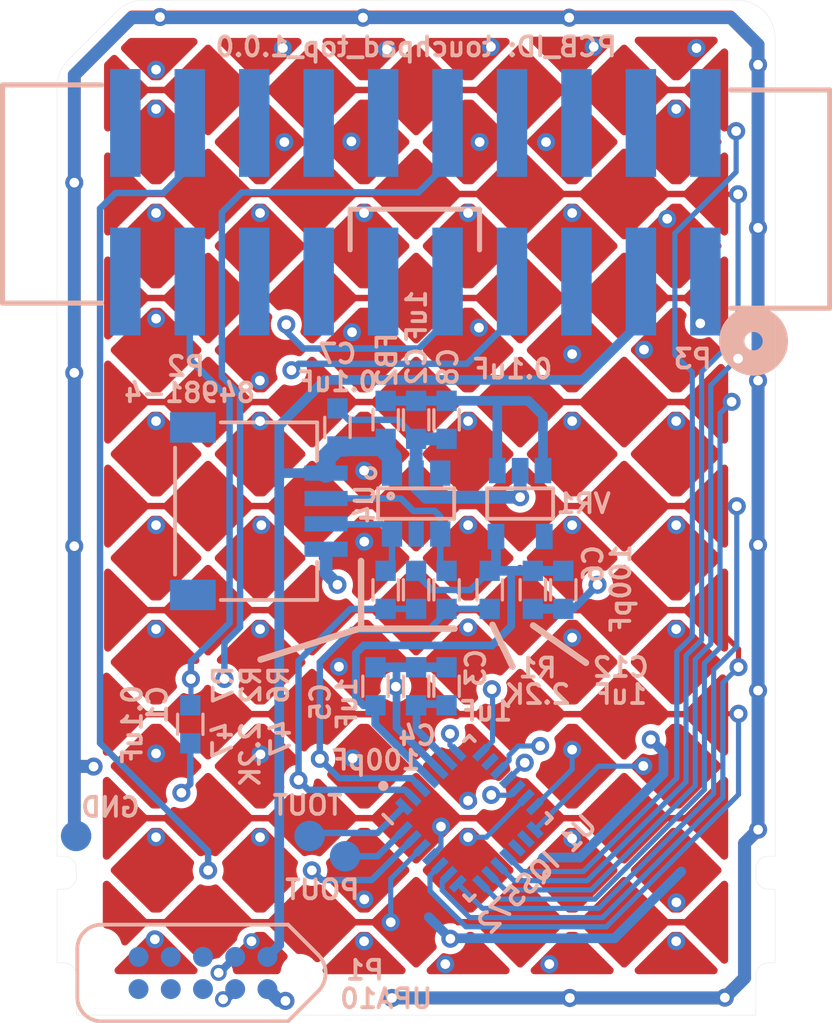
<source format=kicad_pcb>
(kicad_pcb (version 20171130) (host pcbnew "(5.1.5)-2")
  (title_block (title "UHK Touchpad Module - Top Board") (rev 1.0.0) (company "Ultimate Gadget Laboratories Kft."))
  (layers (0 F.Cu mixed) (1 In1.Cu signal) (2 In2.Cu signal) (31 B.Cu mixed) (34 B.Paste user) (35 F.Paste user) (36 B.SilkS user) (37 F.SilkS user) (38 B.Mask user) (39 F.Mask user) (44 Edge.Cuts user))
  (net 0 "")
  (net 1 GND)
  (net 2 /SCL_BOTTOM)
  (net 3 /SDA_BOTTOM)
  (net 4 /VCC_BOTTOM)
  (net 5 "Net-(TP_TOUT1-Pad1)")
  (net 6 /RDY)
  (net 7 "Net-(TP_POUT1-Pad1)")
  (net 8 /SCL)
  (net 9 +5V)
  (net 10 /NRST)
  (net 11 /SDA)
  (net 12 +3V3)
  (net 13 "Net-(VR1-Pad4)")
  (net 14 "Net-(C3-Pad2)")
  (net 15 "Net-(U1-Pad9)")
  (net 16 /RX0)
  (net 17 /RX1)
  (net 18 /RX2)
  (net 19 /RX3)
  (net 20 /RX4)
  (net 21 /RX5)
  (net 22 /TX0)
  (net 23 /TX1)
  (net 24 /TX2)
  (net 25 /TX3)
  (net 26 "Net-(U1-Pad16)")
  (net 27 "Net-(U1-Pad17)")
  (net 28 "Net-(P1-Pad5)")
  (net 29 "Net-(P1-Pad6)")
  (net 30 "Net-(P1-Pad7)")
  (net 31 /PGM)
  (net 32 /TX4)
  (net 33 /TX5)
  (net 34 /TX6)
  (net 35 /TX7)
  (net 36 /TX8)
  (net 37 "Net-(P1-Pad10)")
  (net 38 "Net-(P1-Pad8)")
  (net 39 "Net-(P1-Pad9)")
  (net 40 "Net-(P3-Pad2)")
  (net 41 "Net-(P3-Pad4)")
  (net 42 "Net-(P3-Pad6)")
  (net 43 "Net-(P3-Pad8)")
  (net 44 "Net-(P3-Pad12)")
  (net 45 "Net-(P3-Pad14)")
  (net 46 "Net-(P3-Pad16)")
  (net 47 "Net-(P3-Pad20)")
  (net 48 "Net-(P3-Pad5)")
  (net 49 "Net-(P3-Pad11)")
  (net 50 "Net-(P3-Pad13)")
  (net 51 "Net-(P3-Pad15)")
  (net 52 "Net-(P3-Pad19)")
  (module ugl:MC-254-20-00-ST-SMD (layer B.Cu) (at 205.9 126.1 180)
    (fp_text reference P3 (at -10.7 -6.5 180) (layer B.SilkS) (effects (font (size 0.75 0.75)) (justify mirror)))
    (fp_text value CONN_20 hide)
    (pad 2 smd rect (at -11.2 2.8 180) (size 1.2 4.25) (layers B.Cu B.Paste B.Mask) (net 40 "Net-(P3-Pad2)"))
    (pad 4 smd rect (at -8.66 2.8 180) (size 1.2 4.25) (layers B.Cu B.Paste B.Mask) (net 41 "Net-(P3-Pad4)"))
    (pad 6 smd rect (at -6.12 2.8 180) (size 1.2 4.25) (layers B.Cu B.Paste B.Mask) (net 42 "Net-(P3-Pad6)"))
    (pad 8 smd rect (at -3.58 2.8 180) (size 1.2 4.25) (layers B.Cu B.Paste B.Mask) (net 43 "Net-(P3-Pad8)"))
    (pad 10 smd rect (at -1.04 2.8 180) (size 1.2 4.25) (layers B.Cu B.Paste B.Mask) (net 6 /RDY))
    (pad 12 smd rect (at 1.5 2.8 180) (size 1.2 4.25) (layers B.Cu B.Paste B.Mask) (net 44 "Net-(P3-Pad12)"))
    (pad 14 smd rect (at 4.04 2.8 180) (size 1.2 4.25) (layers B.Cu B.Paste B.Mask) (net 45 "Net-(P3-Pad14)"))
    (pad 16 smd rect (at 6.58 2.8 180) (size 1.2 4.25) (layers B.Cu B.Paste B.Mask) (net 46 "Net-(P3-Pad16)"))
    (pad 18 smd rect (at 9.12 2.8 180) (size 1.2 4.25) (layers B.Cu B.Paste B.Mask) (net 31 /PGM))
    (pad 20 smd rect (at 11.66 2.8 180) (size 1.2 4.25) (layers B.Cu B.Paste B.Mask) (net 47 "Net-(P3-Pad20)"))
    (pad 1 smd rect (at -11.2 -3.45 180) (size 1.2 4.25) (layers B.Cu B.Paste B.Mask) (net 1 GND))
    (pad 3 smd rect (at -8.66 -3.45 180) (size 1.2 4.25) (layers B.Cu B.Paste B.Mask) (net 4 /VCC_BOTTOM))
    (pad 5 smd rect (at -6.12 -3.45 180) (size 1.2 4.25) (layers B.Cu B.Paste B.Mask) (net 48 "Net-(P3-Pad5)"))
    (pad 7 smd rect (at -3.58 -3.45 180) (size 1.2 4.25) (layers B.Cu B.Paste B.Mask) (net 11 /SDA))
    (pad 9 smd rect (at -1.04 -3.45 180) (size 1.2 4.25) (layers B.Cu B.Paste B.Mask) (net 8 /SCL))
    (pad 11 smd rect (at 1.5 -3.45 180) (size 1.2 4.25) (layers B.Cu B.Paste B.Mask) (net 49 "Net-(P3-Pad11)"))
    (pad 13 smd rect (at 4.04 -3.45 180) (size 1.2 4.25) (layers B.Cu B.Paste B.Mask) (net 50 "Net-(P3-Pad13)"))
    (pad 15 smd rect (at 6.58 -3.45 180) (size 1.2 4.25) (layers B.Cu B.Paste B.Mask) (net 51 "Net-(P3-Pad15)"))
    (pad 17 smd rect (at 9.12 -3.45 180) (size 1.2 4.25) (layers B.Cu B.Paste B.Mask) (net 10 /NRST))
    (pad 19 smd rect (at 11.66 -3.45 180) (size 1.2 4.25) (layers B.Cu B.Paste B.Mask) (net 52 "Net-(P3-Pad19)"))
  )
  (module ugl:Tag_Connect_2x5_Header_With_No_Legs_Parallel_Numbering (layer B.Cu) (at 197.3 156.8 180)
    (fp_text reference P1 (at -6.3826 0.1074 180) (layer B.SilkS) (effects (font (size 0.75 0.75)) (justify mirror)))
    (fp_text value CONN_10 hide)
    (pad 10 connect circle (at 2.54 0.635 180) (size 0.78486 0.78486) (layers B.Cu B.Mask) (net 37 "Net-(P1-Pad10)"))
    (pad 8 connect circle (at 1.27 0.635 180) (size 0.78486 0.78486) (layers B.Cu B.Mask) (net 38 "Net-(P1-Pad8)"))
    (pad 9 connect circle (at 2.54 -0.635 180) (size 0.78486 0.78486) (layers B.Cu B.Mask) (net 39 "Net-(P1-Pad9)"))
    (pad 7 connect circle (at 1.27 -0.635 180) (size 0.78486 0.78486) (layers B.Cu B.Mask) (net 30 "Net-(P1-Pad7)"))
    (pad 1 connect circle (at -2.54 -0.635 180) (size 0.78486 0.78486) (layers B.Cu B.Mask) (net 1 GND))
    (pad 2 connect circle (at -2.54 0.635 180) (size 0.78486 0.78486) (layers B.Cu B.Mask) (net 4 /VCC_BOTTOM))
    (pad 3 connect circle (at -1.27 -0.635 180) (size 0.78486 0.78486) (layers B.Cu B.Mask) (net 8 /SCL))
    (pad 4 connect circle (at -1.27 0.635 180) (size 0.78486 0.78486) (layers B.Cu B.Mask) (net 11 /SDA))
    (pad 5 connect circle (at 0 -0.635 180) (size 0.78486 0.78486) (layers B.Cu B.Mask) (net 28 "Net-(P1-Pad5)"))
    (pad 6 connect circle (at 0 0.635 180) (size 0.78486 0.78486) (layers B.Cu B.Mask) (net 29 "Net-(P1-Pad6)"))
    (pad "" np_thru_hole circle (at -3.81 0 180) (size 0.98806 0.98806) (drill 0.98806) (layers *.Cu *.Mask))
    (pad "" np_thru_hole circle (at 3.95 1.016 180) (size 0.98552 0.98552) (drill 0.98552) (layers *.Cu *.Mask))
    (pad "" np_thru_hole circle (at 3.95 -1.016 180) (size 0.98552 0.98552) (drill 0.98552) (layers *.Cu *.Mask))
  )
  (module ugl:QFN-28_4.3x4.3_Pitch0.5mm (layer B.Cu) (at 207.8 150.7 315)
    (fp_text reference U1 (at 3.45 -2.6 45) (layer B.SilkS) (effects (font (size 0.75 0.75)) (justify mirror)))
    (fp_text value IQS572 (at 3.45 0.7 45) (layer B.SilkS) (effects (font (size 0.75 0.75)) (justify mirror)))
    (pad 1 smd rect (at -2.15 1.5 225) (size 0.3 0.7) (layers B.Cu B.Paste B.Mask) (net 5 "Net-(TP_TOUT1-Pad1)"))
    (pad 2 smd rect (at -2.15 1 225) (size 0.3 0.7) (layers B.Cu B.Paste B.Mask) (net 11 /SDA))
    (pad 3 smd rect (at -2.15 0.5 225) (size 0.3 0.7) (layers B.Cu B.Paste B.Mask) (net 8 /SCL))
    (pad 4 smd rect (at -2.150001 0 225) (size 0.3 0.7) (layers B.Cu B.Paste B.Mask) (net 12 +3V3))
    (pad 5 smd rect (at -2.15 -0.5 225) (size 0.3 0.7) (layers B.Cu B.Paste B.Mask) (net 1 GND))
    (pad 6 smd rect (at -2.15 -1 225) (size 0.3 0.7) (layers B.Cu B.Paste B.Mask) (net 14 "Net-(C3-Pad2)"))
    (pad 7 smd rect (at -2.15 -1.5 225) (size 0.3 0.7) (layers B.Cu B.Paste B.Mask) (net 10 /NRST))
    (pad 8 smd rect (at -1.5 -2.15 315) (size 0.3 0.7) (layers B.Cu B.Paste B.Mask) (net 6 /RDY))
    (pad 9 smd rect (at -1 -2.15 315) (size 0.3 0.7) (layers B.Cu B.Paste B.Mask) (net 15 "Net-(U1-Pad9)"))
    (pad 10 smd rect (at -0.5 -2.15 315) (size 0.3 0.7) (layers B.Cu B.Paste B.Mask) (net 16 /RX0))
    (pad 11 smd rect (at 0 -2.150001 315) (size 0.3 0.7) (layers B.Cu B.Paste B.Mask) (net 17 /RX1))
    (pad 12 smd rect (at 0.5 -2.15 315) (size 0.3 0.7) (layers B.Cu B.Paste B.Mask) (net 18 /RX2))
    (pad 13 smd rect (at 1 -2.15 315) (size 0.3 0.7) (layers B.Cu B.Paste B.Mask) (net 19 /RX3))
    (pad 14 smd rect (at 1.5 -2.15 315) (size 0.3 0.7) (layers B.Cu B.Paste B.Mask) (net 20 /RX4))
    (pad 15 smd rect (at 2.15 -1.5 225) (size 0.3 0.7) (layers B.Cu B.Paste B.Mask) (net 21 /RX5))
    (pad 16 smd rect (at 2.15 -1 225) (size 0.3 0.7) (layers B.Cu B.Paste B.Mask) (net 26 "Net-(U1-Pad16)"))
    (pad 17 smd rect (at 2.15 -0.5 225) (size 0.3 0.7) (layers B.Cu B.Paste B.Mask) (net 27 "Net-(U1-Pad17)"))
    (pad 18 smd rect (at 2.150001 0 225) (size 0.3 0.7) (layers B.Cu B.Paste B.Mask) (net 22 /TX0))
    (pad 19 smd rect (at 2.15 0.5 225) (size 0.3 0.7) (layers B.Cu B.Paste B.Mask) (net 23 /TX1))
    (pad 20 smd rect (at 2.15 1 225) (size 0.3 0.7) (layers B.Cu B.Paste B.Mask) (net 24 /TX2))
    (pad 21 smd rect (at 2.15 1.5 225) (size 0.3 0.7) (layers B.Cu B.Paste B.Mask) (net 25 /TX3))
    (pad 22 smd rect (at 1.5 2.15 315) (size 0.3 0.7) (layers B.Cu B.Paste B.Mask) (net 32 /TX4))
    (pad 23 smd rect (at 1 2.15 315) (size 0.3 0.7) (layers B.Cu B.Paste B.Mask) (net 33 /TX5))
    (pad 24 smd rect (at 0.5 2.15 315) (size 0.3 0.7) (layers B.Cu B.Paste B.Mask) (net 34 /TX6))
    (pad 25 smd rect (at 0 2.150001 315) (size 0.3 0.7) (layers B.Cu B.Paste B.Mask) (net 35 /TX7))
    (pad 26 smd rect (at -0.5 2.15 315) (size 0.3 0.7) (layers B.Cu B.Paste B.Mask) (net 36 /TX8))
    (pad 27 smd rect (at -1 2.15 315) (size 0.3 0.7) (layers B.Cu B.Paste B.Mask) (net 31 /PGM))
    (pad 28 smd rect (at -1.5 2.15 315) (size 0.3 0.7) (layers B.Cu B.Paste B.Mask) (net 7 "Net-(TP_POUT1-Pad1)"))
  )
  (module ugl:SC-74-TVS (layer B.Cu) (at 205.7 138.3)
    (fp_text reference U4 (at -2.0174 0.0284 90) (layer B.SilkS) (effects (font (size 0.75 0.75)) (justify mirror)))
    (fp_text value ESD hide)
    (pad 3 smd rect (at 0.95 -1.2) (size 0.8 1) (layers B.Cu B.Paste B.Mask))
    (pad 2 smd rect (at 0 -1.2) (size 0.6 1) (layers B.Cu B.Paste B.Mask) (net 1 GND))
    (pad 1 smd rect (at -0.95 -1.2) (size 0.8 1) (layers B.Cu B.Paste B.Mask) (net 4 /VCC_BOTTOM))
    (pad 4 smd rect (at 0.95 1.2) (size 0.8 1) (layers B.Cu B.Paste B.Mask) (net 2 /SCL_BOTTOM))
    (pad 5 smd rect (at -0.95 1.2) (size 0.8 1) (layers B.Cu B.Paste B.Mask) (net 3 /SDA_BOTTOM))
    (pad "" smd rect (at 0 1.2) (size 0.6 1) (layers B.Cu B.Paste B.Mask))
  )
  (module ugl:SM0603 (layer B.Cu) (at 204.1 145.5 270)
    (fp_text reference C5 (at 0.6262 2.17 270) (layer B.SilkS) (effects (font (size 0.75 0.75)) (justify mirror)))
    (fp_text value 1uF (at 0.677 1.1286 270) (layer B.SilkS) (effects (font (size 0.75 0.75)) (justify mirror)))
    (pad 1 smd rect (at -0.75 0 270) (size 0.8 0.8) (layers B.Cu B.Paste B.Mask) (net 1 GND))
    (pad 2 smd rect (at 0.75 0 270) (size 0.8 0.8) (layers B.Cu B.Paste B.Mask) (net 12 +3V3))
  )
  (module ugl:SM0603 (layer B.Cu) (at 210.3 141.7 90)
    (fp_text reference C12 (at -3.0546 3.4664) (layer B.SilkS) (effects (font (size 0.75 0.75)) (justify mirror)))
    (fp_text value 1uF (at -4.1214 3.4664) (layer B.SilkS) (effects (font (size 0.75 0.75)) (justify mirror)))
    (pad 2 smd rect (at 0.75 0 90) (size 0.8 0.8) (layers B.Cu B.Paste B.Mask) (net 12 +3V3))
    (pad 1 smd rect (at -0.75 0 90) (size 0.8 0.8) (layers B.Cu B.Paste B.Mask) (net 1 GND))
  )
  (module ugl:SM0603 (layer B.Cu) (at 204.5 135 90)
    (fp_text reference FB2 (at 2.3612 0.0462 90) (layer B.SilkS) (effects (font (size 0.75 0.75)) (justify mirror)))
    (fp_text value FERRITE_BEAD hide)
    (pad 2 smd rect (at 0.75 0 90) (size 0.8 0.8) (layers B.Cu B.Paste B.Mask) (net 9 +5V))
    (pad 1 smd rect (at -0.75 0 90) (size 0.8 0.8) (layers B.Cu B.Paste B.Mask) (net 4 /VCC_BOTTOM))
  )
  (module ugl:SM0603 (layer B.Cu) (at 202.6 135.3 270)
    (fp_text reference C7 (at -2.9 0) (layer B.SilkS) (effects (font (size 0.75 0.75)) (justify mirror)))
    (fp_text value 0.1uF (at -1.8 0) (layer B.SilkS) (effects (font (size 0.75 0.75)) (justify mirror)))
    (pad 1 smd rect (at -0.75 0 270) (size 0.8 0.8) (layers B.Cu B.Paste B.Mask) (net 1 GND))
    (pad 2 smd rect (at 0.75 0 270) (size 0.8 0.8) (layers B.Cu B.Paste B.Mask) (net 4 /VCC_BOTTOM))
  )
  (module ugl:SM0603 (layer B.Cu) (at 208.6 141.7 90)
    (fp_text reference R1 (at -3.08 1.8898 180) (layer B.SilkS) (effects (font (size 0.75 0.75)) (justify mirror)))
    (fp_text value 2.2K (at -4.1214 1.8898) (layer B.SilkS) (effects (font (size 0.75 0.75)) (justify mirror)))
    (pad 2 smd rect (at 0.75 0 90) (size 0.8 0.8) (layers B.Cu B.Paste B.Mask) (net 12 +3V3))
    (pad 1 smd rect (at -0.75 0 90) (size 0.8 0.8) (layers B.Cu B.Paste B.Mask) (net 8 /SCL))
  )
  (module ugl:SM0603 (layer B.Cu) (at 205.7 141.7 90)
    (fp_text reference R2 (at -3.7404 -6.5132 270) (layer B.SilkS) (effects (font (size 0.75 0.75)) (justify mirror)))
    (fp_text value 2.2K (at -6.4836 -6.5386 90) (layer B.SilkS) (effects (font (size 0.75 0.75)) (justify mirror)))
    (pad 1 smd rect (at -0.75 0 90) (size 0.8 0.8) (layers B.Cu B.Paste B.Mask) (net 11 /SDA))
    (pad 2 smd rect (at 0.75 0 90) (size 0.8 0.8) (layers B.Cu B.Paste B.Mask) (net 12 +3V3))
  )
  (module ugl:SM0603 (layer B.Cu) (at 206.9 135 90)
    (fp_text reference C8 (at 2.0818 0.0592 90) (layer B.SilkS) (effects (font (size 0.75 0.75)) (justify mirror)))
    (fp_text value 0.1uF (at 2 2.6 180) (layer B.SilkS) (effects (font (size 0.75 0.75)) (justify mirror)))
    (pad 2 smd rect (at 0.75 0 90) (size 0.8 0.8) (layers B.Cu B.Paste B.Mask) (net 9 +5V))
    (pad 1 smd rect (at -0.75 0 90) (size 0.8 0.8) (layers B.Cu B.Paste B.Mask) (net 1 GND))
  )
  (module ugl:SM0603 (layer B.Cu) (at 204.5 141.7 90)
    (fp_text reference R7 (at -3.7404 -6.4054 270) (layer B.SilkS) (effects (font (size 0.75 0.75)) (justify mirror)))
    (fp_text value 47 (at -5.9248 -6.4308 90) (layer B.SilkS) (effects (font (size 0.75 0.75)) (justify mirror)))
    (pad 1 smd rect (at -0.75 0 90) (size 0.8 0.8) (layers B.Cu B.Paste B.Mask) (net 11 /SDA))
    (pad 2 smd rect (at 0.75 0 90) (size 0.8 0.8) (layers B.Cu B.Paste B.Mask) (net 3 /SDA_BOTTOM))
  )
  (module ugl:SM0603 (layer B.Cu) (at 205.7 145.5 270)
    (fp_text reference C4 (at 1.947 -0.04) (layer B.SilkS) (effects (font (size 0.75 0.75)) (justify mirror)))
    (fp_text value 100pF (at 2.9122 1.5856) (layer B.SilkS) (effects (font (size 0.75 0.75)) (justify mirror)))
    (pad 2 smd rect (at 0.75 0 270) (size 0.8 0.8) (layers B.Cu B.Paste B.Mask) (net 14 "Net-(C3-Pad2)"))
    (pad 1 smd rect (at -0.75 0 270) (size 0.8 0.8) (layers B.Cu B.Paste B.Mask) (net 1 GND))
  )
  (module ugl:SM0603 (layer B.Cu) (at 206.9 145.5 270)
    (fp_text reference C3 (at -0.72 -1.1514 90) (layer B.SilkS) (effects (font (size 0.75 0.75)) (justify mirror)))
    (fp_text value 1uF (at 0.9818 -1.5578) (layer B.SilkS) (effects (font (size 0.75 0.75)) (justify mirror)))
    (pad 1 smd rect (at -0.75 0 270) (size 0.8 0.8) (layers B.Cu B.Paste B.Mask) (net 1 GND))
    (pad 2 smd rect (at 0.75 0 270) (size 0.8 0.8) (layers B.Cu B.Paste B.Mask) (net 14 "Net-(C3-Pad2)"))
  )
  (module ugl:SM0603 (layer B.Cu) (at 205.7 135 90)
    (fp_text reference C2 (at 2.1072 0.0146 90) (layer B.SilkS) (effects (font (size 0.75 0.75)) (justify mirror)))
    (fp_text value 1uF (at 4.0884 0.0146 90) (layer B.SilkS) (effects (font (size 0.75 0.75)) (justify mirror)))
    (pad 2 smd rect (at 0.75 0 90) (size 0.8 0.8) (layers B.Cu B.Paste B.Mask) (net 9 +5V))
    (pad 1 smd rect (at -0.75 0 90) (size 0.8 0.8) (layers B.Cu B.Paste B.Mask) (net 1 GND))
  )
  (module ugl:SM0603 (layer B.Cu) (at 196.8 147 90)
    (fp_text reference C1 (at 0.7722 -1.2962 90) (layer B.SilkS) (effects (font (size 0.75 0.75)) (justify mirror)))
    (fp_text value 0.1uF (at -0.0152 -2.2868 90) (layer B.SilkS) (effects (font (size 0.75 0.75)) (justify mirror)))
    (pad 1 smd rect (at -0.75 0 90) (size 0.8 0.8) (layers B.Cu B.Paste B.Mask) (net 1 GND))
    (pad 2 smd rect (at 0.75 0 90) (size 0.8 0.8) (layers B.Cu B.Paste B.Mask) (net 10 /NRST))
  )
  (module ugl:SM0603 (layer B.Cu) (at 206.9 141.7 90)
    (fp_text reference R6 (at -3.7404 -6.621 90) (layer B.SilkS) (effects (font (size 0.75 0.75)) (justify mirror)))
    (fp_text value 47 (at -5.8486 -6.5448 90) (layer B.SilkS) (effects (font (size 0.75 0.75)) (justify mirror)))
    (pad 2 smd rect (at 0.75 0 90) (size 0.8 0.8) (layers B.Cu B.Paste B.Mask) (net 2 /SCL_BOTTOM))
    (pad 1 smd rect (at -0.75 0 90) (size 0.8 0.8) (layers B.Cu B.Paste B.Mask) (net 8 /SCL))
  )
  (module ugl:SM0603 (layer B.Cu) (at 211.5 141.7 90)
    (fp_text reference C6 (at 1.0094 1.1742 270) (layer B.SilkS) (effects (font (size 0.75 0.75)) (justify mirror)))
    (fp_text value 100pF (at 0.0442 2.2664 90) (layer B.SilkS) (effects (font (size 0.75 0.75)) (justify mirror)))
    (pad 1 smd rect (at -0.75 0 90) (size 0.8 0.8) (layers B.Cu B.Paste B.Mask) (net 1 GND))
    (pad 2 smd rect (at 0.75 0 90) (size 0.8 0.8) (layers B.Cu B.Paste B.Mask) (net 12 +3V3))
  )
  (module ugl:SOT-23-5 (layer B.Cu) (at 209.8 138.3 180)
    (fp_text reference VR1 (at -2.5 0) (layer B.SilkS) (effects (font (size 0.75 0.75)) (justify mirror)))
    (fp_text value MIC5504-3.3YM5 hide)
    (pad 1 smd rect (at 0.9 1.3 180) (size 0.66 1) (layers B.Cu B.Paste B.Mask) (net 9 +5V))
    (pad 3 smd rect (at -0.9 1.3 180) (size 0.66 1) (layers B.Cu B.Paste B.Mask) (net 9 +5V))
    (pad 4 smd rect (at -0.9525 -1.3 180) (size 0.66 1) (layers B.Cu B.Paste B.Mask) (net 13 "Net-(VR1-Pad4)"))
    (pad 5 smd rect (at 0.9525 -1.3 180) (size 0.66 1) (layers B.Cu B.Paste B.Mask) (net 12 +3V3))
    (pad 2 smd rect (at 0 1.3 180) (size 0.66 1) (layers B.Cu B.Paste B.Mask) (net 1 GND))
  )
  (module ugl:Test_Point (layer B.Cu) (at 192.3 151.4)
    (fp_text reference TP_GND1 hide)
    (fp_text value GND (at 1.3528 -1.132 180) (layer B.SilkS) (effects (font (size 0.75 0.75)) (justify mirror)))
    (pad 1 smd circle (at 0 0) (size 1.2 1.2) (layers B.Cu B.Mask) (net 1 GND))
  )
  (module ugl:Test_Point (layer B.Cu) (at 202.9 152.2)
    (fp_text reference TP_POUT1 hide)
    (fp_text value POUT (at -0.8938 1.3176) (layer B.SilkS) (effects (font (size 0.75 0.75)) (justify mirror)))
    (pad 1 smd circle (at 0 0) (size 1.2 1.2) (layers B.Cu B.Mask) (net 7 "Net-(TP_POUT1-Pad1)"))
  )
  (module ugl:Test_Point (layer B.Cu) (at 201.5 151.4)
    (fp_text reference TP_TOUT1 hide)
    (fp_text value TOUT (at -0.078 -1.2098) (layer B.SilkS) (effects (font (size 0.75 0.75)) (justify mirror)))
    (pad 1 smd circle (at 0 0) (size 1.2 1.2) (layers B.Cu B.Mask) (net 5 "Net-(TP_TOUT1-Pad1)"))
  )
  (module ugl:84981-4 (layer B.Cu) (at 196.2 138.6 90)
    (fp_text reference P2 (at 5.7072 0.4214) (layer B.SilkS) (effects (font (size 0.75 0.75)) (justify mirror)))
    (fp_text value CONN_5 hide)
    (pad 2 smd rect (at -0.5 5.95 90) (size 0.6 1.7) (layers B.Cu B.Paste B.Mask) (net 3 /SDA_BOTTOM))
    (pad 3 smd rect (at 0.5 5.95 90) (size 0.6 1.7) (layers B.Cu B.Paste B.Mask) (net 2 /SCL_BOTTOM))
    (pad 4 smd rect (at 1.5 5.95 90) (size 0.6 1.7) (layers B.Cu B.Paste B.Mask) (net 4 /VCC_BOTTOM))
    (pad 1 smd rect (at -1.5 5.95 90) (size 0.6 1.7) (layers B.Cu B.Paste B.Mask) (net 1 GND))
    (pad "" smd rect (at -3.3 0.7 90) (size 1.2 1.8) (layers B.Cu B.Paste B.Mask))
    (pad "" smd rect (at 3.3 0.7 90) (size 1.2 1.8) (layers B.Cu B.Paste B.Mask))
  )
  (gr_line (start 203.5302 143.2052) (end 199.5678 144.4498) (layer B.SilkS) (width 0.254))
  (gr_line (start 203.5302 143.2306) (end 203.5302 140.5636) (layer B.SilkS) (width 0.254))
  (gr_line (start 207.2132 143.2306) (end 203.5302 143.2306) (layer B.SilkS) (width 0.254))
  (gr_line (start 210.312 143.1036) (end 212.3948 144.5768) (layer B.SilkS) (width 0.254))
  (gr_line (start 208.7118 143.0782) (end 209.4992 144.7292) (layer B.SilkS) (width 0.254))
  (gr_text UPA10 (at 204.5208 157.8102) (layer B.SilkS) (effects (font (size 0.75 0.75)) (justify mirror)))
  (gr_text 84981-4 (at 196.7738 133.9342) (layer B.SilkS) (effects (font (size 0.738 0.738)) (justify mirror)))
  (gr_text "PCB_ID: touchpad_top_1.0.0" (at 205.7 120.3) (layer B.SilkS) (effects (font (size 0.75 0.75)) (justify mirror)))
  (gr_line (start 219.089772 158.459573) (end 192.310228 158.459573) (angle 90) (layer Edge.Cuts) (width 0.01))
  (gr_line (start 219.85 119.959573) (end 219.85 152.197519) (angle 90) (layer Edge.Cuts) (width 0.01))
  (gr_arc (start 218.350003 119.959579) (end 219.85 119.959573) (angle -90) (layer Edge.Cuts) (width 0.01))
  (gr_line (start 194.97132 118.459573) (end 218.35 118.459573) (angle 90) (layer Edge.Cuts) (width 0.01))
  (gr_arc (start 194.971306 119.959559) (end 194.97132 118.459573) (angle -45) (layer Edge.Cuts) (width 0.01))
  (gr_line (start 191.98934 120.820233) (end 193.91066 118.898913) (angle 90) (layer Edge.Cuts) (width 0.01))
  (gr_arc (start 193.049992 121.880888) (end 191.98934 120.820233) (angle -45) (layer Edge.Cuts) (width 0.01))
  (gr_line (start 191.55 152.197519) (end 191.55 121.880893) (angle 90) (layer Edge.Cuts) (width 0.01))
  (gr_line (start 219.85 156.397519) (end 219.85 153.497519) (angle 90) (layer Edge.Cuts) (width 0.01))
  (gr_line (start 191.55 153.497519) (end 191.55 156.397519) (angle 90) (layer Edge.Cuts) (width 0.01))
  (gr_line (start 219.089772 157.12889) (end 219.089772 158.459573) (angle 90) (layer Edge.Cuts) (width 0.01))
  (gr_line (start 192.310228 158.459573) (end 192.310228 157.12889) (angle 90) (layer Edge.Cuts) (width 0.01))
  (gr_line (start 219.85 152.197519) (end 219.589772 152.197519) (angle 90) (layer Edge.Cuts) (width 0.01))
  (gr_line (start 191.810228 152.197519) (end 191.55 152.197519) (angle 90) (layer Edge.Cuts) (width 0.01))
  (gr_line (start 219.089772 157.12889) (end 219.089772 156.897519) (angle 90) (layer Edge.Cuts) (width 0.01))
  (gr_line (start 192.310228 156.897519) (end 192.310228 157.12889) (angle 90) (layer Edge.Cuts) (width 0.01))
  (gr_line (start 192.310228 152.697519) (end 192.310228 152.997519) (angle 90) (layer Edge.Cuts) (width 0.01))
  (gr_line (start 191.55 156.397519) (end 191.810228 156.397519) (angle 90) (layer Edge.Cuts) (width 0.01))
  (gr_line (start 219.85 153.497519) (end 219.589772 153.497519) (angle 90) (layer Edge.Cuts) (width 0.01))
  (gr_line (start 219.089772 152.997519) (end 219.089772 152.697519) (angle 90) (layer Edge.Cuts) (width 0.01))
  (gr_line (start 191.810228 153.497519) (end 191.55 153.497519) (angle 90) (layer Edge.Cuts) (width 0.01))
  (gr_line (start 219.589772 156.397519) (end 219.85 156.397519) (angle 90) (layer Edge.Cuts) (width 0.01))
  (gr_arc (start 191.810229 152.697513) (end 191.993681 152.23239) (angle -21.5) (layer Edge.Cuts) (width 0.01))
  (gr_arc (start 219.589771 152.697513) (end 219.589772 152.197519) (angle -21.5) (layer Edge.Cuts) (width 0.01))
  (gr_arc (start 219.589766 152.69752) (end 219.406319 152.23239) (angle -68.5) (layer Edge.Cuts) (width 0.01))
  (gr_arc (start 191.810238 152.99753) (end 191.810228 153.497519) (angle -90) (layer Edge.Cuts) (width 0.01))
  (gr_arc (start 191.810238 156.897507) (end 192.310228 156.897519) (angle -90) (layer Edge.Cuts) (width 0.01))
  (gr_arc (start 191.810234 152.697505) (end 192.310228 152.697519) (angle -68.5) (layer Edge.Cuts) (width 0.01))
  (gr_arc (start 219.589762 156.897507) (end 219.589772 156.397519) (angle -90) (layer Edge.Cuts) (width 0.01))
  (gr_arc (start 219.589762 152.99753) (end 219.089772 152.997519) (angle -90) (layer Edge.Cuts) (width 0.01))
  (segment (start 215.45 148.1) (end 214.95 147.6) (width 0.381) (layer B.Cu) (net 1))
  (segment (start 215.45 148.94503) (end 215.45 148.1) (width 0.381) (layer B.Cu) (net 1))
  (segment (start 210.7 152.25) (end 212.14503 152.25) (width 0.381) (layer B.Cu) (net 1))
  (segment (start 212.14503 152.25) (end 215.45 148.94503) (width 0.381) (layer B.Cu) (net 1))
  (via (at 216.9 131.2) (size 0.7112) (drill 0.381) (layers F.Cu B.Cu) (net 1))
  (segment (start 192.2272 151.638) (end 192.2272 122.05119) (width 0.508) (layer B.Cu) (net 1))
  (segment (start 192.2272 121.412) (end 192.2272 121.9962) (width 0.508) (layer F.Cu) (net 1))
  (segment (start 194.564 119.126) (end 194.5132 119.126) (width 0.508) (layer F.Cu) (net 1))
  (segment (start 194.5132 119.126) (end 192.2272 121.412) (width 0.508) (layer F.Cu) (net 1))
  (segment (start 204.6834 157.8) (end 204.7 157.7834) (width 0.381) (layer B.Cu) (net 1))
  (via (at 192.9892 148.6662) (size 0.7112) (drill 0.381) (layers F.Cu B.Cu) (net 1))
  (segment (start 210.3 142.45) (end 211.5 142.45) (width 0.381) (layer B.Cu) (net 1))
  (segment (start 205.7 137.1) (end 205.7 135.75) (width 0.508) (layer B.Cu) (net 1))
  (segment (start 206.9 135.75) (end 205.7 135.75) (width 0.508) (layer B.Cu) (net 1))
  (segment (start 209.8 138.049) (end 209.8 138.049) (width 0.508) (layer B.Cu) (net 1))
  (segment (start 206.0956 138.049) (end 209.8 138.049) (width 0.508) (layer B.Cu) (net 1))
  (segment (start 205.7 137.1) (end 205.7 137.6534) (width 0.508) (layer B.Cu) (net 1))
  (segment (start 205.7 137.6534) (end 206.0956 138.049) (width 0.508) (layer B.Cu) (net 1))
  (segment (start 209.8 138.049) (end 209.8 137) (width 0.508) (layer B.Cu) (net 1))
  (via (at 209.8 138.049) (size 0.7112) (drill 0.381) (layers F.Cu B.Cu) (net 1))
  (segment (start 217.8558 157.7848) (end 218.6432 156.9974) (width 0.508) (layer B.Cu) (net 1))
  (segment (start 218.6432 151.6888) (end 218.6432 156.9974) (width 0.508) (layer F.Cu) (net 1))
  (segment (start 217.8558 157.7848) (end 211.7598 157.7848) (width 0.508) (layer F.Cu) (net 1))
  (segment (start 218.6432 156.9974) (end 217.8685 157.7721) (width 0.508) (layer F.Cu) (net 1))
  (segment (start 219.17906 151.15294) (end 219.17906 151.15294) (width 0.508) (layer F.Cu) (net 1))
  (segment (start 218.6432 151.6888) (end 219.179059 151.152941) (width 0.508) (layer B.Cu) (net 1))
  (segment (start 218.6432 156.9974) (end 218.6432 151.6888) (width 0.508) (layer B.Cu) (net 1))
  (segment (start 204.7 157.7848) (end 217.8558 157.7848) (width 0.508) (layer B.Cu) (net 1))
  (segment (start 219.17906 146.21399) (end 219.17906 151.15294) (width 0.508) (layer F.Cu) (net 1))
  (segment (start 219.1766 120.2182) (end 219.1766 121.0056) (width 0.508) (layer F.Cu) (net 1))
  (segment (start 218.0844 119.126) (end 219.1766 120.2182) (width 0.508) (layer F.Cu) (net 1))
  (segment (start 194.576816 119.126) (end 195.6054 119.126) (width 0.508) (layer F.Cu) (net 1))
  (segment (start 204.9272 147.120093) (end 204.9272 145.288) (width 0.3048) (layer B.Cu) (net 1))
  (segment (start 206.633274 148.826167) (end 204.9272 147.120093) (width 0.3048) (layer B.Cu) (net 1))
  (segment (start 204.5 144.75) (end 204.9272 144.75) (width 0.381) (layer B.Cu) (net 1))
  (via (at 204.9018 145.5166) (size 0.7112) (drill 0.381) (layers F.Cu B.Cu) (net 1))
  (segment (start 204.9272 144.75) (end 206.9 144.75) (width 0.381) (layer B.Cu) (net 1))
  (segment (start 204.9272 144.7546) (end 204.9018 144.7292) (width 0.3048) (layer B.Cu) (net 1))
  (segment (start 204.9272 145.288) (end 204.9272 144.7546) (width 0.3048) (layer B.Cu) (net 1))
  (segment (start 192.2272 121.412) (end 192.2272 122.0724) (width 0.508) (layer B.Cu) (net 1))
  (segment (start 194.4878 119.1514) (end 192.2272 121.412) (width 0.508) (layer B.Cu) (net 1))
  (segment (start 219.1766 151.1554) (end 219.1766 120.2182) (width 0.508) (layer B.Cu) (net 1))
  (segment (start 219.1766 120.2182) (end 218.1098 119.1514) (width 0.508) (layer B.Cu) (net 1))
  (segment (start 218.1098 119.1514) (end 211.7344 119.1514) (width 0.508) (layer B.Cu) (net 1))
  (segment (start 192.2716 140.1) (end 192.2526 140.081) (width 0.508) (layer B.Cu) (net 1))
  (segment (start 193 148.6598) (end 192.2716 148.6598) (width 0.508) (layer B.Cu) (net 1))
  (segment (start 192.2336 140.1) (end 192.2272 140.1064) (width 0.508) (layer F.Cu) (net 1))
  (segment (start 193 148.6598) (end 192.2336 148.6598) (width 0.508) (layer F.Cu) (net 1))
  (segment (start 192.2272 121.9708) (end 192.2272 125.6538) (width 0.508) (layer F.Cu) (net 1))
  (segment (start 192.2272 140.1064) (end 192.2272 151.631504) (width 0.508) (layer F.Cu) (net 1))
  (segment (start 205.7 135.723) (end 205.7 135.75) (width 0.254) (layer B.Cu) (net 1))
  (segment (start 204.978 135.001) (end 205.7 135.723) (width 0.254) (layer B.Cu) (net 1))
  (segment (start 202.6 134.55) (end 203.051 135.001) (width 0.254) (layer B.Cu) (net 1))
  (segment (start 203.051 135.001) (end 204.978 135.001) (width 0.254) (layer B.Cu) (net 1))
  (segment (start 204.7494 157.7848) (end 204.6986 157.7848) (width 0.508) (layer F.Cu) (net 1))
  (via (at 204.7494 157.7848) (size 0.7112) (drill 0.381) (layers F.Cu B.Cu) (net 1))
  (segment (start 211.7598 157.7848) (end 204.7494 157.7848) (width 0.508) (layer F.Cu) (net 1))
  (via (at 211.7598 157.7848) (size 0.7112) (drill 0.381) (layers F.Cu B.Cu) (net 1))
  (segment (start 217.8685 157.7721) (end 217.8558 157.7848) (width 0.508) (layer F.Cu) (net 1))
  (via (at 217.8685 157.7721) (size 0.7112) (drill 0.381) (layers F.Cu B.Cu) (net 1))
  (segment (start 219.17906 151.15294) (end 218.6432 151.6888) (width 0.508) (layer F.Cu) (net 1))
  (via (at 219.17906 151.15294) (size 0.7112) (drill 0.381) (layers F.Cu B.Cu) (net 1))
  (segment (start 219.1766 145.669) (end 219.1766 146.21153) (width 0.508) (layer F.Cu) (net 1))
  (via (at 219.1766 145.669) (size 0.7112) (drill 0.381) (layers F.Cu B.Cu) (net 1))
  (segment (start 219.1766 139.9286) (end 219.1766 145.669) (width 0.508) (layer F.Cu) (net 1))
  (via (at 219.1766 139.9286) (size 0.7112) (drill 0.381) (layers F.Cu B.Cu) (net 1))
  (segment (start 219.1766 133.4516) (end 219.1766 139.9286) (width 0.508) (layer F.Cu) (net 1))
  (via (at 219.1766 133.4516) (size 0.7112) (drill 0.381) (layers F.Cu B.Cu) (net 1))
  (segment (start 219.1766 127.4318) (end 219.1766 133.4516) (width 0.508) (layer F.Cu) (net 1))
  (via (at 219.1766 127.4318) (size 0.7112) (drill 0.381) (layers F.Cu B.Cu) (net 1))
  (segment (start 219.1766 121.0056) (end 219.1766 127.4318) (width 0.508) (layer F.Cu) (net 1))
  (via (at 219.1766 121.0056) (size 0.7112) (drill 0.381) (layers F.Cu B.Cu) (net 1))
  (segment (start 211.7344 119.1514) (end 203.6064 119.1514) (width 0.508) (layer B.Cu) (net 1))
  (via (at 211.7344 119.1514) (size 0.7112) (drill 0.381) (layers F.Cu B.Cu) (net 1))
  (segment (start 203.6064 119.1514) (end 194.4878 119.1514) (width 0.508) (layer B.Cu) (net 1))
  (via (at 203.6064 119.1514) (size 0.7112) (drill 0.381) (layers F.Cu B.Cu) (net 1))
  (segment (start 195.6054 119.126) (end 218.0844 119.126) (width 0.508) (layer F.Cu) (net 1))
  (via (at 195.6054 119.126) (size 0.7112) (drill 0.381) (layers F.Cu B.Cu) (net 1))
  (segment (start 192.2272 125.6538) (end 192.2272 133.1468) (width 0.508) (layer F.Cu) (net 1))
  (via (at 192.2272 125.6538) (size 0.7112) (drill 0.381) (layers F.Cu B.Cu) (net 1))
  (segment (start 192.2272 133.1468) (end 192.2272 139.9794) (width 0.508) (layer F.Cu) (net 1))
  (via (at 192.2272 133.1468) (size 0.7112) (drill 0.381) (layers F.Cu B.Cu) (net 1))
  (segment (start 192.2272 139.9794) (end 192.2272 140.1064) (width 0.508) (layer F.Cu) (net 1))
  (via (at 192.2272 139.9794) (size 0.7112) (drill 0.381) (layers F.Cu B.Cu) (net 1))
  (segment (start 211.5 142.45) (end 211.9 142.45) (width 0.3048) (layer B.Cu) (net 1))
  (via (at 212.85 141.5) (size 0.7112) (drill 0.381) (layers F.Cu B.Cu) (net 1))
  (segment (start 211.9 142.45) (end 212.85 141.5) (width 0.3048) (layer B.Cu) (net 1))
  (via (at 196.45 149.7) (size 0.7112) (drill 0.381) (layers F.Cu B.Cu) (net 1))
  (segment (start 196.8 147.75) (end 196.8 149.35) (width 0.254) (layer B.Cu) (net 1))
  (segment (start 196.8 149.35) (end 196.45 149.7) (width 0.254) (layer B.Cu) (net 1))
  (via (at 202.6 141.5) (size 0.7112) (drill 0.381) (layers F.Cu B.Cu) (net 1))
  (segment (start 202.15 141.05) (end 202.6 141.5) (width 0.508) (layer B.Cu) (net 1))
  (segment (start 202.15 140.1) (end 202.15 141.05) (width 0.508) (layer B.Cu) (net 1))
  (via (at 200.55 157.900006) (size 0.7112) (drill 0.381) (layers F.Cu B.Cu) (net 1))
  (segment (start 200.2914 157.8864) (end 200.536394 157.8864) (width 0.508) (layer B.Cu) (net 1))
  (segment (start 199.84 157.435) (end 200.2914 157.8864) (width 0.508) (layer B.Cu) (net 1))
  (segment (start 200.536394 157.8864) (end 200.55 157.900006) (width 0.508) (layer B.Cu) (net 1))
  (segment (start 206.931376 155.431376) (end 206.931376 155.431376) (width 0.381) (layer B.Cu) (net 1))
  (via (at 207.05 155.45) (size 0.7112) (drill 0.381) (layers F.Cu B.Cu) (net 1))
  (segment (start 213.518624 155.431376) (end 216.15 152.8) (width 0.381) (layer B.Cu) (net 1))
  (segment (start 206.2 154.6) (end 207.031376 155.431376) (width 0.381) (layer B.Cu) (net 1))
  (segment (start 207.031376 155.431376) (end 213.518624 155.431376) (width 0.381) (layer B.Cu) (net 1))
  (segment (start 214.95 147.6) (end 214.95 147.6) (width 0.381) (layer B.Cu) (net 1))
  (via (at 214.95 147.6) (size 0.7112) (drill 0.381) (layers F.Cu B.Cu) (net 1))
  (segment (start 206.65 140.7) (end 206.9 140.95) (width 0.254) (layer B.Cu) (net 2))
  (segment (start 206.65 139.5) (end 206.65 140.7) (width 0.254) (layer B.Cu) (net 2))
  (segment (start 202.15 138.1) (end 205.1052 138.1) (width 0.254) (layer B.Cu) (net 2))
  (segment (start 205.59521 138.59001) (end 206.43341 138.59001) (width 0.254) (layer B.Cu) (net 2))
  (segment (start 205.1052 138.1) (end 205.59521 138.59001) (width 0.254) (layer B.Cu) (net 2))
  (segment (start 206.65 138.8066) (end 206.65 139.5) (width 0.254) (layer B.Cu) (net 2))
  (segment (start 206.43341 138.59001) (end 206.65 138.8066) (width 0.254) (layer B.Cu) (net 2))
  (segment (start 204.75 140.7) (end 204.5 140.95) (width 0.254) (layer B.Cu) (net 3))
  (segment (start 204.75 139.5) (end 204.75 140.7) (width 0.254) (layer B.Cu) (net 3))
  (segment (start 204.3658 139.1158) (end 204.75 139.5) (width 0.254) (layer B.Cu) (net 3))
  (segment (start 202.15 139.1) (end 202.1658 139.1158) (width 0.254) (layer B.Cu) (net 3))
  (segment (start 202.1658 139.1158) (end 204.3658 139.1158) (width 0.254) (layer B.Cu) (net 3))
  (segment (start 202.15 136.5) (end 202.6 136.05) (width 0.762) (layer B.Cu) (net 4))
  (segment (start 202.15 137.1) (end 202.15 136.5) (width 0.762) (layer B.Cu) (net 4))
  (segment (start 204.75 136.4748) (end 204.75 137.1) (width 0.762) (layer B.Cu) (net 4))
  (segment (start 202.6 136.05) (end 204.3252 136.05) (width 0.762) (layer B.Cu) (net 4))
  (segment (start 204.3252 136.05) (end 204.75 136.4748) (width 0.762) (layer B.Cu) (net 4))
  (segment (start 200.306101 137.1) (end 202.15 137.1) (width 0.381) (layer B.Cu) (net 4))
  (segment (start 199.84 156.165) (end 200.306101 155.698899) (width 0.381) (layer B.Cu) (net 4))
  (segment (start 200.306101 155.698899) (end 200.306101 137.1) (width 0.381) (layer B.Cu) (net 4))
  (segment (start 214.56 131.134) (end 214.56 129.55) (width 0.381) (layer B.Cu) (net 4))
  (segment (start 212.2678 133.4262) (end 214.56 131.134) (width 0.381) (layer B.Cu) (net 4))
  (segment (start 202.1078 133.4262) (end 212.2678 133.4262) (width 0.381) (layer B.Cu) (net 4))
  (segment (start 200.306101 137.1) (end 200.306101 135.227899) (width 0.381) (layer B.Cu) (net 4))
  (segment (start 200.306101 135.227899) (end 202.1078 133.4262) (width 0.381) (layer B.Cu) (net 4))
  (segment (start 201.6176 151.2824) (end 201.5 151.4) (width 0.254) (layer B.Cu) (net 5))
  (segment (start 205.21906 150.240381) (end 204.177041 151.2824) (width 0.254) (layer B.Cu) (net 5))
  (segment (start 204.177041 151.2824) (end 201.6176 151.2824) (width 0.254) (layer B.Cu) (net 5))
  (via (at 208.6864 145.6182) (size 0.7112) (drill 0.381) (layers F.Cu B.Cu) (net 6))
  (segment (start 198.1454 145.2118) (end 198.1454 145.2118) (width 0.254) (layer B.Cu) (net 6))
  (via (at 198.1454 145.2118) (size 0.7112) (drill 0.381) (layers F.Cu B.Cu) (net 6))
  (segment (start 208.7118 147.666879) (end 208.7118 145.6182) (width 0.2032) (layer B.Cu) (net 6))
  (segment (start 208.259619 148.11906) (end 208.7118 147.666879) (width 0.2032) (layer B.Cu) (net 6))
  (segment (start 206.94 124.8856) (end 206.94 123.3) (width 0.254) (layer B.Cu) (net 6))
  (segment (start 205.7908 126.0348) (end 206.94 124.8856) (width 0.254) (layer B.Cu) (net 6))
  (segment (start 198.8312 126.0348) (end 205.7908 126.0348) (width 0.254) (layer B.Cu) (net 6))
  (segment (start 198.1454 145.2118) (end 198.1454 143.790698) (width 0.254) (layer B.Cu) (net 6))
  (segment (start 198.76261 143.173488) (end 198.762609 134.016711) (width 0.254) (layer B.Cu) (net 6))
  (segment (start 198.762609 134.016711) (end 198.0438 133.297902) (width 0.254) (layer B.Cu) (net 6))
  (segment (start 198.1454 143.790698) (end 198.76261 143.173488) (width 0.254) (layer B.Cu) (net 6))
  (segment (start 198.0438 133.297902) (end 198.0438 126.8222) (width 0.254) (layer B.Cu) (net 6))
  (segment (start 198.0438 126.8222) (end 198.8312 126.0348) (width 0.254) (layer B.Cu) (net 6))
  (segment (start 204.178679 152.2) (end 202.9 152.2) (width 0.254) (layer B.Cu) (net 7))
  (segment (start 205.21906 151.159619) (end 204.178679 152.2) (width 0.254) (layer B.Cu) (net 7))
  (via (at 198.0946 157.8356) (size 0.635) (drill 0.381) (layers F.Cu B.Cu) (net 8))
  (segment (start 208.6 142.45) (end 206.9 142.45) (width 0.254) (layer B.Cu) (net 8))
  (via (at 201.9046 148.3614) (size 0.7112) (drill 0.381) (layers F.Cu B.Cu) (net 8))
  (segment (start 198.57 157.5126) (end 198.0946 157.988) (width 0.3048) (layer B.Cu) (net 8))
  (segment (start 198.57 157.435) (end 198.57 157.5126) (width 0.3048) (layer B.Cu) (net 8))
  (segment (start 206.9 142.566602) (end 206.9 142.45) (width 0.254) (layer B.Cu) (net 8))
  (segment (start 206.185202 143.2814) (end 206.9 142.566602) (width 0.254) (layer B.Cu) (net 8))
  (segment (start 203.1746 143.2814) (end 206.185202 143.2814) (width 0.254) (layer B.Cu) (net 8))
  (segment (start 202.4126 144.0434) (end 203.1746 143.2814) (width 0.254) (layer B.Cu) (net 8))
  (segment (start 201.9046 144.5514) (end 201.9046 148.3614) (width 0.254) (layer B.Cu) (net 8))
  (segment (start 202.4126 144.0434) (end 201.9046 144.5514) (width 0.254) (layer B.Cu) (net 8))
  (segment (start 202.6666 149.1234) (end 201.9046 148.3614) (width 0.254) (layer B.Cu) (net 8))
  (segment (start 205.926167 149.533274) (end 205.516293 149.1234) (width 0.254) (layer B.Cu) (net 8))
  (segment (start 205.516293 149.1234) (end 202.6666 149.1234) (width 0.254) (layer B.Cu) (net 8))
  (segment (start 200.5838 131.2418) (end 200.5838 131.2418) (width 0.254) (layer B.Cu) (net 8))
  (via (at 200.5838 131.2418) (size 0.7112) (drill 0.381) (layers F.Cu B.Cu) (net 8))
  (segment (start 200.5838 131.515402) (end 200.5838 131.2418) (width 0.254) (layer B.Cu) (net 8))
  (segment (start 201.257599 132.189201) (end 200.5838 131.515402) (width 0.254) (layer B.Cu) (net 8))
  (segment (start 205.808599 132.189201) (end 201.257599 132.189201) (width 0.254) (layer B.Cu) (net 8))
  (segment (start 206.94 131.0578) (end 205.808599 132.189201) (width 0.254) (layer B.Cu) (net 8))
  (segment (start 206.94 129.55) (end 206.94 131.0578) (width 0.254) (layer B.Cu) (net 8))
  (segment (start 208.9 134.2748) (end 208.9 137) (width 0.381) (layer B.Cu) (net 9))
  (segment (start 204.5 134.25) (end 208.8752 134.25) (width 0.381) (layer B.Cu) (net 9))
  (segment (start 208.8752 134.25) (end 208.9 134.2748) (width 0.381) (layer B.Cu) (net 9))
  (segment (start 208.8752 134.25) (end 210.1198 134.25) (width 0.381) (layer B.Cu) (net 9))
  (segment (start 210.7 134.8302) (end 210.7 137) (width 0.381) (layer B.Cu) (net 9))
  (segment (start 210.1198 134.25) (end 210.7 134.8302) (width 0.381) (layer B.Cu) (net 9))
  (segment (start 207.340381 148.11906) (end 207.340381 148.082181) (width 0.2032) (layer B.Cu) (net 10))
  (segment (start 207.340381 148.082181) (end 207.1878 147.9296) (width 0.2032) (layer B.Cu) (net 10))
  (via (at 207.0354 147.3708) (size 0.7112) (drill 0.381) (layers F.Cu B.Cu) (net 10))
  (via (at 196.8246 145.2118) (size 0.7112) (drill 0.381) (layers F.Cu B.Cu) (net 10))
  (segment (start 207.0354 147.814079) (end 207.0354 147.3708) (width 0.2032) (layer B.Cu) (net 10))
  (segment (start 207.340381 148.11906) (end 207.0354 147.814079) (width 0.2032) (layer B.Cu) (net 10))
  (segment (start 196.8246 145.2118) (end 196.8246 144.526) (width 0.254) (layer B.Cu) (net 10))
  (segment (start 196.8246 144.526) (end 198.3486 143.002) (width 0.254) (layer B.Cu) (net 10))
  (segment (start 198.3486 143.002) (end 198.3486 134.1882) (width 0.254) (layer B.Cu) (net 10))
  (segment (start 196.78 132.6196) (end 196.78 129.55) (width 0.254) (layer B.Cu) (net 10))
  (segment (start 198.3486 134.1882) (end 196.78 132.6196) (width 0.254) (layer B.Cu) (net 10))
  (segment (start 196.8246 146.2754) (end 196.8246 145.2118) (width 0.2032) (layer B.Cu) (net 10))
  (segment (start 196.8 146.3) (end 196.8246 146.2754) (width 0.2032) (layer B.Cu) (net 10))
  (via (at 197.9168 156.7942) (size 0.635) (drill 0.381) (layers F.Cu B.Cu) (net 11))
  (via (at 201.0664 149.1996) (size 0.7112) (drill 0.381) (layers F.Cu B.Cu) (net 11))
  (segment (start 198.57 156.1664) (end 198.0184 156.718) (width 0.3048) (layer B.Cu) (net 11))
  (segment (start 198.57 156.165) (end 198.57 156.1664) (width 0.3048) (layer B.Cu) (net 11))
  (segment (start 205.7 142.45) (end 203.117 142.45) (width 0.254) (layer B.Cu) (net 11))
  (segment (start 203.117 142.45) (end 201.8792 143.6878) (width 0.254) (layer B.Cu) (net 11))
  (segment (start 201.0664 144.5006) (end 201.0664 149.1996) (width 0.254) (layer B.Cu) (net 11))
  (segment (start 201.8792 143.6878) (end 201.0664 144.5006) (width 0.254) (layer B.Cu) (net 11))
  (segment (start 201.4474 149.5806) (end 201.0664 149.1996) (width 0.254) (layer B.Cu) (net 11))
  (segment (start 205.572614 149.886827) (end 205.266387 149.5806) (width 0.254) (layer B.Cu) (net 11))
  (segment (start 205.266387 149.5806) (end 201.4474 149.5806) (width 0.254) (layer B.Cu) (net 11))
  (via (at 200.787 133.0452) (size 0.7112) (drill 0.381) (layers F.Cu B.Cu) (net 11))
  (segment (start 209.48 131.01825) (end 209.48 129.55) (width 0.254) (layer B.Cu) (net 11))
  (segment (start 207.70705 132.7912) (end 209.48 131.01825) (width 0.254) (layer B.Cu) (net 11))
  (segment (start 200.787 133.0706) (end 201.0664 132.7912) (width 0.254) (layer B.Cu) (net 11))
  (segment (start 201.0664 132.7912) (end 207.70705 132.7912) (width 0.254) (layer B.Cu) (net 11))
  (segment (start 208.8475 140.7025) (end 208.6 140.95) (width 0.381) (layer B.Cu) (net 12))
  (segment (start 208.8475 139.6) (end 208.8475 140.7025) (width 0.381) (layer B.Cu) (net 12))
  (segment (start 205.7 141.066602) (end 206.339998 141.7066) (width 0.254) (layer B.Cu) (net 12))
  (segment (start 205.7 140.95) (end 205.7 141.066602) (width 0.254) (layer B.Cu) (net 12))
  (segment (start 207.8434 141.7066) (end 208.6 140.95) (width 0.254) (layer B.Cu) (net 12))
  (segment (start 206.339998 141.7066) (end 207.8434 141.7066) (width 0.254) (layer B.Cu) (net 12))
  (segment (start 204.089 146.989) (end 206.27972 149.17972) (width 0.3048) (layer B.Cu) (net 12))
  (segment (start 204.089 146.177) (end 204.089 146.989) (width 0.3048) (layer B.Cu) (net 12))
  (segment (start 211.5 141) (end 211.45 140.95) (width 0.381) (layer B.Cu) (net 12))
  (segment (start 203.6286 146.25) (end 204.1 146.25) (width 0.3048) (layer B.Cu) (net 12))
  (segment (start 203.327 145.9484) (end 203.6286 146.25) (width 0.3048) (layer B.Cu) (net 12))
  (segment (start 203.327 144.1958) (end 203.327 145.9484) (width 0.3048) (layer B.Cu) (net 12))
  (segment (start 203.6318 143.891) (end 203.327 144.1958) (width 0.3048) (layer B.Cu) (net 12))
  (segment (start 209.4484 143.129) (end 208.6864 143.891) (width 0.3048) (layer B.Cu) (net 12))
  (segment (start 208.6864 143.891) (end 203.6318 143.891) (width 0.3048) (layer B.Cu) (net 12))
  (segment (start 209.4484 143.129) (end 209.4484 140.95) (width 0.3048) (layer B.Cu) (net 12))
  (segment (start 211.45 140.95) (end 209.4484 140.95) (width 0.381) (layer B.Cu) (net 12))
  (segment (start 209.4484 140.95) (end 208.6 140.95) (width 0.381) (layer B.Cu) (net 12))
  (segment (start 206.9146 146.2024) (end 205.7146 146.2024) (width 0.3048) (layer B.Cu) (net 14))
  (segment (start 205.7146 147.200387) (end 205.7146 146.2278) (width 0.3048) (layer B.Cu) (net 14))
  (segment (start 206.986827 148.472614) (end 205.7146 147.200387) (width 0.3048) (layer B.Cu) (net 14))
  (via (at 195.45 122.75) (size 0.7112) (drill 0.381) (layers F.Cu B.Cu) (net 16))
  (via (at 195.45 121.2) (size 0.7112) (drill 0.381) (layers F.Cu B.Cu) (net 16))
  (via (at 195.45 126.85) (size 0.7112) (drill 0.381) (layers F.Cu B.Cu) (net 16))
  (via (at 195.453 131.0132) (size 0.7112) (drill 0.381) (layers F.Cu B.Cu) (net 16))
  (via (at 195.45 135.05) (size 0.7112) (drill 0.381) (layers F.Cu B.Cu) (net 16))
  (via (at 195.45 139.15) (size 0.7112) (drill 0.381) (layers F.Cu B.Cu) (net 16))
  (via (at 195.45 143.25) (size 0.7112) (drill 0.381) (layers F.Cu B.Cu) (net 16))
  (via (at 195.45 148.15) (size 0.7112) (drill 0.381) (layers F.Cu B.Cu) (net 16))
  (via (at 195.45 151.45) (size 0.7112) (drill 0.381) (layers F.Cu B.Cu) (net 16))
  (segment (start 209.364599 148.217543) (end 209.728742 147.8534) (width 0.2032) (layer B.Cu) (net 16))
  (segment (start 208.966726 148.826167) (end 209.364599 148.428294) (width 0.2032) (layer B.Cu) (net 16))
  (segment (start 209.364599 148.428294) (end 209.364599 148.217543) (width 0.2032) (layer B.Cu) (net 16))
  (segment (start 209.728742 147.8534) (end 210.5914 147.8534) (width 0.2032) (layer B.Cu) (net 16))
  (via (at 210.5914 147.8534) (size 0.7112) (drill 0.381) (layers F.Cu B.Cu) (net 16))
  (via (at 195.40261 155.4734) (size 0.7112) (drill 0.381) (layers F.Cu B.Cu) (net 16))
  (via (at 199.55 151.45) (size 0.7112) (drill 0.381) (layers F.Cu B.Cu) (net 17))
  (via (at 199.5678 148.1836) (size 0.7112) (drill 0.381) (layers F.Cu B.Cu) (net 17))
  (via (at 199.55 143.25) (size 0.7112) (drill 0.381) (layers F.Cu B.Cu) (net 17))
  (via (at 199.6 139.15) (size 0.7112) (drill 0.381) (layers F.Cu B.Cu) (net 17))
  (via (at 199.55 135.05) (size 0.7112) (drill 0.381) (layers F.Cu B.Cu) (net 17))
  (via (at 199.5424 133.4516) (size 0.7112) (drill 0.381) (layers F.Cu B.Cu) (net 17))
  (via (at 199.55 126.85) (size 0.7112) (drill 0.381) (layers F.Cu B.Cu) (net 17))
  (via (at 200.5076 124.0536) (size 0.7112) (drill 0.381) (layers F.Cu B.Cu) (net 17))
  (via (at 200.45 120.35) (size 0.7112) (drill 0.381) (layers F.Cu B.Cu) (net 17))
  (via (at 209.9818 148.5138) (size 0.7112) (drill 0.381) (layers F.Cu B.Cu) (net 17))
  (segment (start 209.8802 148.6154) (end 209.9818 148.5138) (width 0.2032) (layer B.Cu) (net 17))
  (segment (start 209.8802 148.6198) (end 209.8802 148.6154) (width 0.2032) (layer B.Cu) (net 17))
  (segment (start 209.32028 149.17972) (end 209.8802 148.6198) (width 0.2032) (layer B.Cu) (net 17))
  (via (at 199.2122 155.5496) (size 0.635) (drill 0.381) (layers F.Cu B.Cu) (net 17))
  (via (at 203.1492 124.0282) (size 0.7112) (drill 0.381) (layers F.Cu B.Cu) (net 18))
  (via (at 204.55 120.4) (size 0.7112) (drill 0.381) (layers F.Cu B.Cu) (net 18))
  (via (at 203.65 126.85) (size 0.7112) (drill 0.381) (layers F.Cu B.Cu) (net 18))
  (via (at 203.1746 131.5466) (size 0.7112) (drill 0.381) (layers F.Cu B.Cu) (net 18))
  (via (at 203.65 137) (size 0.7112) (drill 0.381) (layers F.Cu B.Cu) (net 18))
  (via (at 203.6572 139.8016) (size 0.7112) (drill 0.381) (layers F.Cu B.Cu) (net 18))
  (via (at 203.65 155.55) (size 0.7112) (drill 0.381) (layers F.Cu B.Cu) (net 18))
  (via (at 203.2 148.336) (size 0.7112) (drill 0.381) (layers F.Cu B.Cu) (net 18))
  (via (at 203.6572 153.8986) (size 0.7112) (drill 0.381) (layers F.Cu B.Cu) (net 18))
  (via (at 208.661 149.7838) (size 0.7112) (drill 0.381) (layers F.Cu B.Cu) (net 18))
  (segment (start 209.673833 149.533274) (end 209.412224 149.794883) (width 0.2032) (layer B.Cu) (net 18))
  (segment (start 209.412224 149.794883) (end 208.672083 149.794883) (width 0.2032) (layer B.Cu) (net 18))
  (segment (start 208.672083 149.794883) (end 208.661 149.7838) (width 0.2032) (layer B.Cu) (net 18))
  (via (at 202.65899 144.7292) (size 0.7112) (drill 0.381) (layers F.Cu B.Cu) (net 18))
  (via (at 207.7466 150.0124) (size 0.7112) (drill 0.381) (layers F.Cu B.Cu) (net 19))
  (via (at 207.7466 143.1798) (size 0.7112) (drill 0.381) (layers F.Cu B.Cu) (net 19))
  (via (at 206.85 156.45) (size 0.7112) (drill 0.381) (layers F.Cu B.Cu) (net 19))
  (via (at 207.75 151.45) (size 0.7112) (drill 0.381) (layers F.Cu B.Cu) (net 19))
  (via (at 207.75 139.15) (size 0.7112) (drill 0.381) (layers F.Cu B.Cu) (net 19))
  (via (at 207.75 135.05) (size 0.7112) (drill 0.381) (layers F.Cu B.Cu) (net 19))
  (via (at 208.1784 131.3688) (size 0.7112) (drill 0.381) (layers F.Cu B.Cu) (net 19))
  (via (at 207.75 126.85) (size 0.7112) (drill 0.381) (layers F.Cu B.Cu) (net 19))
  (via (at 208.2038 124.0536) (size 0.7112) (drill 0.381) (layers F.Cu B.Cu) (net 19))
  (via (at 208.65 120.3) (size 0.7112) (drill 0.381) (layers F.Cu B.Cu) (net 19))
  (segment (start 208.464213 151.45) (end 207.75 151.45) (width 0.2032) (layer B.Cu) (net 19))
  (segment (start 210.027386 149.886827) (end 208.464213 151.45) (width 0.2032) (layer B.Cu) (net 19))
  (via (at 210.82 124.0536) (size 0.7112) (drill 0.381) (layers F.Cu B.Cu) (net 20))
  (via (at 212.7 120.3) (size 0.7112) (drill 0.381) (layers F.Cu B.Cu) (net 20))
  (via (at 211.85 126.85) (size 0.7112) (drill 0.381) (layers F.Cu B.Cu) (net 20))
  (via (at 211.85 132.4102) (size 0.7112) (drill 0.381) (layers F.Cu B.Cu) (net 20))
  (via (at 211.85 135.05) (size 0.7112) (drill 0.381) (layers F.Cu B.Cu) (net 20))
  (via (at 211.85 139.15) (size 0.7112) (drill 0.381) (layers F.Cu B.Cu) (net 20))
  (via (at 211.85 143.5862) (size 0.7112) (drill 0.381) (layers F.Cu B.Cu) (net 20))
  (via (at 211.85 151.5) (size 0.7112) (drill 0.381) (layers F.Cu B.Cu) (net 20))
  (via (at 210.95 156.45) (size 0.7112) (drill 0.381) (layers F.Cu B.Cu) (net 20))
  (via (at 211.85 148) (size 0.7112) (drill 0.381) (layers F.Cu B.Cu) (net 20))
  (segment (start 211.85 148.771321) (end 211.85 148) (width 0.2032) (layer B.Cu) (net 20))
  (segment (start 210.38094 150.240381) (end 211.85 148.771321) (width 0.2032) (layer B.Cu) (net 20))
  (via (at 216.75 120.35) (size 0.7112) (drill 0.381) (layers F.Cu B.Cu) (net 21))
  (via (at 215.95 122.75) (size 0.7112) (drill 0.381) (layers F.Cu B.Cu) (net 21))
  (via (at 214.6808 132.2324) (size 0.7112) (drill 0.381) (layers F.Cu B.Cu) (net 21))
  (via (at 215.95 135.05) (size 0.7112) (drill 0.381) (layers F.Cu B.Cu) (net 21))
  (via (at 215.95 139.15) (size 0.7112) (drill 0.381) (layers F.Cu B.Cu) (net 21))
  (via (at 215.95 143.25) (size 0.7112) (drill 0.381) (layers F.Cu B.Cu) (net 21))
  (via (at 215.95 155.55) (size 0.7112) (drill 0.381) (layers F.Cu B.Cu) (net 21))
  (via (at 214.6554 148.6408) (size 0.7112) (drill 0.381) (layers F.Cu B.Cu) (net 21))
  (via (at 215.958266 154.015125) (size 0.7112) (drill 0.381) (layers F.Cu B.Cu) (net 21))
  (via (at 215.5952 127.0762) (size 0.7112) (drill 0.381) (layers F.Cu B.Cu) (net 21))
  (segment (start 214.6138 148.65) (end 214.63 148.6662) (width 0.2032) (layer B.Cu) (net 21))
  (segment (start 210.38094 151.159619) (end 212.890559 148.65) (width 0.2032) (layer B.Cu) (net 21))
  (segment (start 212.890559 148.65) (end 214.6138 148.65) (width 0.2032) (layer B.Cu) (net 21))
  (segment (start 211.45 122) (end 212.25 122) (width 0.254) (layer F.Cu) (net 22))
  (segment (start 207.35 122) (end 208.15 122) (width 0.254) (layer F.Cu) (net 22))
  (segment (start 203.25 122) (end 204.05 122) (width 0.254) (layer F.Cu) (net 22))
  (segment (start 199.15 122) (end 199.95 122) (width 0.254) (layer F.Cu) (net 22))
  (segment (start 195.05 122) (end 195.85 122) (width 0.254) (layer F.Cu) (net 22))
  (segment (start 215.55 122) (end 216.35 122) (width 0.254) (layer F.Cu) (net 22))
  (via (at 218.313 123.6218) (size 0.7112) (drill 0.381) (layers F.Cu B.Cu) (net 22))
  (segment (start 218.313 123.6218) (end 218.0844 123.6218) (width 0.2032) (layer F.Cu) (net 22))
  (segment (start 218.0844 123.6218) (end 217.6526 123.19) (width 0.2032) (layer F.Cu) (net 22))
  (segment (start 215.9 127.645999) (end 218.313 125.232999) (width 0.2032) (layer B.Cu) (net 22))
  (segment (start 216.5858 133.1214) (end 215.9 132.4356) (width 0.2032) (layer B.Cu) (net 22))
  (segment (start 215.9 132.4356) (end 215.9 127.645999) (width 0.2032) (layer B.Cu) (net 22))
  (segment (start 218.313 125.232999) (end 218.313 123.6218) (width 0.2032) (layer B.Cu) (net 22))
  (segment (start 209.32028 152.22028) (end 209.9 152.8) (width 0.2032) (layer B.Cu) (net 22))
  (segment (start 209.9 152.8) (end 212.293064 152.8) (width 0.2032) (layer B.Cu) (net 22))
  (segment (start 212.293064 152.8) (end 215.973733 149.119331) (width 0.2032) (layer B.Cu) (net 22))
  (segment (start 215.973733 149.119331) (end 215.973733 144.139724) (width 0.2032) (layer B.Cu) (net 22))
  (segment (start 215.973733 144.139724) (end 216.5858 143.527658) (width 0.2032) (layer B.Cu) (net 22))
  (segment (start 216.5858 143.527658) (end 216.5858 133.1214) (width 0.2032) (layer B.Cu) (net 22))
  (segment (start 211.45 126.1) (end 212.25 126.1) (width 0.254) (layer F.Cu) (net 23))
  (segment (start 199.15 126.1) (end 199.95 126.1) (width 0.254) (layer F.Cu) (net 23))
  (segment (start 203.25 126.1) (end 204.05 126.1) (width 0.254) (layer F.Cu) (net 23))
  (segment (start 195.05 126.1) (end 195.85 126.1) (width 0.254) (layer F.Cu) (net 23))
  (segment (start 207.35 126.1) (end 208.15 126.1) (width 0.254) (layer F.Cu) (net 23))
  (segment (start 215.55 126.1) (end 216.35 126.1) (width 0.254) (layer F.Cu) (net 23))
  (via (at 218.3892 126.111) (size 0.7112) (drill 0.381) (layers F.Cu B.Cu) (net 23))
  (segment (start 218.3892 126.111) (end 217.297 126.111) (width 0.2032) (layer F.Cu) (net 23))
  (segment (start 218.3892 126.111) (end 218.3892 131.6736) (width 0.2032) (layer B.Cu) (net 23))
  (segment (start 216.951578 133.111222) (end 216.951578 143.675536) (width 0.2032) (layer B.Cu) (net 23))
  (segment (start 218.3892 131.6736) (end 216.951578 133.111222) (width 0.2032) (layer B.Cu) (net 23))
  (segment (start 216.951578 143.675536) (end 216.336944 144.29017) (width 0.2032) (layer B.Cu) (net 23))
  (segment (start 216.336944 144.29017) (end 216.336944 149.269776) (width 0.2032) (layer B.Cu) (net 23))
  (segment (start 216.336944 149.269776) (end 212.443509 153.163211) (width 0.2032) (layer B.Cu) (net 23))
  (segment (start 212.443509 153.163211) (end 209.556104 153.163211) (width 0.2032) (layer B.Cu) (net 23))
  (segment (start 209.556104 153.163211) (end 208.966726 152.573833) (width 0.2032) (layer B.Cu) (net 23))
  (segment (start 211.45 130.2) (end 212.25 130.2) (width 0.254) (layer F.Cu) (net 24))
  (segment (start 199.15 130.2) (end 199.95 130.2) (width 0.254) (layer F.Cu) (net 24))
  (segment (start 203.25 130.2) (end 204.05 130.2) (width 0.254) (layer F.Cu) (net 24))
  (segment (start 195.05 130.2) (end 195.85 130.2) (width 0.254) (layer F.Cu) (net 24))
  (segment (start 207.35 130.2) (end 208.15 130.2) (width 0.254) (layer F.Cu) (net 24))
  (segment (start 215.55 130.2) (end 216.35 130.2) (width 0.254) (layer F.Cu) (net 24))
  (via (at 218.3892 132.588) (size 0.7112) (drill 0.381) (layers F.Cu B.Cu) (net 24))
  (segment (start 217.8812 131.7752) (end 217.8812 131.6228) (width 0.2032) (layer F.Cu) (net 24))
  (segment (start 218.3892 132.588) (end 218.3892 132.2832) (width 0.2032) (layer F.Cu) (net 24))
  (segment (start 218.3892 132.2832) (end 217.8812 131.7752) (width 0.2032) (layer F.Cu) (net 24))
  (segment (start 217.314789 133.637011) (end 218.4146 132.5372) (width 0.2032) (layer B.Cu) (net 24))
  (segment (start 208.613173 152.927386) (end 209.212209 153.526422) (width 0.2032) (layer B.Cu) (net 24))
  (segment (start 209.212209 153.526422) (end 212.593954 153.526422) (width 0.2032) (layer B.Cu) (net 24))
  (segment (start 212.593954 153.526422) (end 216.700155 149.420221) (width 0.2032) (layer B.Cu) (net 24))
  (segment (start 216.700155 149.420221) (end 216.700155 144.440616) (width 0.2032) (layer B.Cu) (net 24))
  (segment (start 216.700155 144.440616) (end 217.314789 143.825982) (width 0.2032) (layer B.Cu) (net 24))
  (segment (start 217.314789 143.825982) (end 217.314789 133.637011) (width 0.2032) (layer B.Cu) (net 24))
  (segment (start 211.45 134.3) (end 212.25 134.3) (width 0.254) (layer F.Cu) (net 25))
  (segment (start 199.15 134.3) (end 199.95 134.3) (width 0.254) (layer F.Cu) (net 25))
  (segment (start 203.25 134.3) (end 204.05 134.3) (width 0.254) (layer F.Cu) (net 25))
  (segment (start 195.05 134.3) (end 195.85 134.3) (width 0.254) (layer F.Cu) (net 25))
  (segment (start 207.35 134.3) (end 208.15 134.3) (width 0.254) (layer F.Cu) (net 25))
  (segment (start 215.55 134.3) (end 216.35 134.3) (width 0.254) (layer F.Cu) (net 25))
  (via (at 218.1352 134.2898) (size 0.7112) (drill 0.381) (layers F.Cu B.Cu) (net 25))
  (segment (start 218.1352 134.2898) (end 217.2208 134.2898) (width 0.2032) (layer F.Cu) (net 25))
  (segment (start 208.259619 153.28094) (end 208.868312 153.889633) (width 0.2032) (layer B.Cu) (net 25))
  (segment (start 217.063366 149.570666) (end 217.063366 144.591062) (width 0.2032) (layer B.Cu) (net 25))
  (segment (start 208.868312 153.889633) (end 212.744399 153.889633) (width 0.2032) (layer B.Cu) (net 25))
  (segment (start 212.744399 153.889633) (end 217.063366 149.570666) (width 0.2032) (layer B.Cu) (net 25))
  (segment (start 217.063366 144.591062) (end 217.678 143.976428) (width 0.2032) (layer B.Cu) (net 25))
  (segment (start 217.678 143.976428) (end 217.678 134.747) (width 0.2032) (layer B.Cu) (net 25))
  (segment (start 217.678 134.747) (end 218.1352 134.2898) (width 0.2032) (layer B.Cu) (net 25))
  (segment (start 205.572614 151.513173) (end 203.949187 153.1366) (width 0.254) (layer B.Cu) (net 31))
  (segment (start 203.949187 153.1366) (end 201.9808 153.1366) (width 0.254) (layer B.Cu) (net 31))
  (via (at 201.5922 152.7556) (size 0.7112) (drill 0.381) (layers F.Cu B.Cu) (net 31))
  (segment (start 201.5998 152.7556) (end 201.5922 152.7556) (width 0.254) (layer B.Cu) (net 31))
  (segment (start 201.9808 153.1366) (end 201.5922 152.7556) (width 0.254) (layer B.Cu) (net 31))
  (via (at 197.50279 152.7556) (size 0.7112) (drill 0.381) (layers F.Cu B.Cu) (net 31))
  (segment (start 196.78 125.0126) (end 196.78 123.3) (width 0.254) (layer B.Cu) (net 31))
  (segment (start 195.7324 126.0602) (end 196.78 125.0126) (width 0.254) (layer B.Cu) (net 31))
  (segment (start 197.50279 152.00279) (end 193.2432 147.7432) (width 0.254) (layer B.Cu) (net 31))
  (segment (start 197.50279 152.7556) (end 197.50279 152.00279) (width 0.254) (layer B.Cu) (net 31))
  (segment (start 193.2432 147.7432) (end 193.2432 126.6698) (width 0.254) (layer B.Cu) (net 31))
  (segment (start 193.8528 126.0602) (end 195.7324 126.0602) (width 0.254) (layer B.Cu) (net 31))
  (segment (start 193.2432 126.6698) (end 193.8528 126.0602) (width 0.254) (layer B.Cu) (net 31))
  (segment (start 211.45 138.4) (end 212.25 138.4) (width 0.254) (layer F.Cu) (net 32))
  (segment (start 199.15 138.4) (end 199.95 138.4) (width 0.254) (layer F.Cu) (net 32))
  (segment (start 203.25 138.4) (end 204.05 138.4) (width 0.254) (layer F.Cu) (net 32))
  (segment (start 195.05 138.4) (end 195.85 138.4) (width 0.254) (layer F.Cu) (net 32))
  (segment (start 207.35 138.4) (end 208.15 138.4) (width 0.254) (layer F.Cu) (net 32))
  (segment (start 215.55 138.4) (end 216.35 138.4) (width 0.254) (layer F.Cu) (net 32))
  (via (at 218.3384 138.4046) (size 0.7112) (drill 0.381) (layers F.Cu B.Cu) (net 32))
  (segment (start 218.3384 138.4046) (end 217.424 138.4046) (width 0.2032) (layer F.Cu) (net 32))
  (segment (start 217.426577 144.853623) (end 217.426577 149.721111) (width 0.2032) (layer B.Cu) (net 32))
  (segment (start 212.894844 154.252844) (end 208.312285 154.252844) (width 0.2032) (layer B.Cu) (net 32))
  (segment (start 218.3384 143.9418) (end 217.426577 144.853623) (width 0.2032) (layer B.Cu) (net 32))
  (segment (start 208.312285 154.252844) (end 207.340381 153.28094) (width 0.2032) (layer B.Cu) (net 32))
  (segment (start 218.3384 138.4046) (end 218.3384 143.9418) (width 0.2032) (layer B.Cu) (net 32))
  (segment (start 217.426577 149.721111) (end 212.894844 154.252844) (width 0.2032) (layer B.Cu) (net 32))
  (segment (start 211.45 142.5) (end 212.25 142.5) (width 0.254) (layer F.Cu) (net 33))
  (segment (start 199.15 142.5) (end 199.95 142.5) (width 0.254) (layer F.Cu) (net 33))
  (segment (start 195.05 142.5) (end 195.85 142.5) (width 0.254) (layer F.Cu) (net 33))
  (segment (start 207.35 142.5) (end 208.15 142.5) (width 0.254) (layer F.Cu) (net 33))
  (segment (start 215.55 142.5) (end 216.35 142.5) (width 0.254) (layer F.Cu) (net 33))
  (via (at 218.407 144.746053) (size 0.7112) (drill 0.381) (layers F.Cu B.Cu) (net 33))
  (segment (start 218.407 144.6708) (end 218.407 144.746053) (width 0.2032) (layer B.Cu) (net 33))
  (segment (start 218.3892 144.653) (end 218.407 144.6708) (width 0.2032) (layer B.Cu) (net 33))
  (segment (start 218.407 144.746053) (end 218.407 144.0358) (width 0.2032) (layer F.Cu) (net 33))
  (segment (start 218.407 144.0358) (end 217.805 143.4338) (width 0.2032) (layer F.Cu) (net 33))
  (segment (start 203.2762 142.5) (end 204.0762 142.5) (width 0.254) (layer F.Cu) (net 33))
  (segment (start 206.725218 153.530724) (end 207.810549 154.616055) (width 0.2032) (layer B.Cu) (net 33))
  (segment (start 206.725218 153.188995) (end 206.725218 153.530724) (width 0.2032) (layer B.Cu) (net 33))
  (segment (start 213.045289 154.616055) (end 217.789788 149.871556) (width 0.2032) (layer B.Cu) (net 33))
  (segment (start 217.789788 149.871556) (end 217.789788 145.363265) (width 0.2032) (layer B.Cu) (net 33))
  (segment (start 217.789788 145.363265) (end 218.407 144.746053) (width 0.2032) (layer B.Cu) (net 33))
  (segment (start 206.986827 152.927386) (end 206.725218 153.188995) (width 0.2032) (layer B.Cu) (net 33))
  (segment (start 207.810549 154.616055) (end 213.045289 154.616055) (width 0.2032) (layer B.Cu) (net 33))
  (segment (start 211.45 146.6) (end 212.25 146.6) (width 0.254) (layer F.Cu) (net 34))
  (segment (start 199.15 146.6) (end 199.95 146.6) (width 0.254) (layer F.Cu) (net 34))
  (segment (start 203.25 146.6) (end 204.05 146.6) (width 0.254) (layer F.Cu) (net 34))
  (segment (start 195.05 146.6) (end 195.85 146.6) (width 0.254) (layer F.Cu) (net 34))
  (segment (start 207.35 146.6) (end 208.15 146.6) (width 0.254) (layer F.Cu) (net 34))
  (segment (start 215.55 146.6) (end 216.35 146.6) (width 0.254) (layer F.Cu) (net 34))
  (segment (start 218.3892 146.5834) (end 218.3892 146.5834) (width 0.2032) (layer B.Cu) (net 34))
  (segment (start 217.805 146.5834) (end 218.406938 146.5834) (width 0.2032) (layer F.Cu) (net 34))
  (segment (start 218.406938 146.5834) (end 218.40699 146.583452) (width 0.2032) (layer F.Cu) (net 34))
  (via (at 218.40699 146.583452) (size 0.7112) (drill 0.381) (layers F.Cu B.Cu) (net 34))
  (segment (start 218.40699 149.76801) (end 218.40699 146.583452) (width 0.2032) (layer B.Cu) (net 34))
  (segment (start 213.195734 154.979266) (end 218.40699 149.76801) (width 0.2032) (layer B.Cu) (net 34))
  (segment (start 207.660103 154.979266) (end 213.195734 154.979266) (width 0.2032) (layer B.Cu) (net 34))
  (segment (start 206.248 153.567163) (end 207.660103 154.979266) (width 0.2032) (layer B.Cu) (net 34))
  (segment (start 206.633274 152.573833) (end 206.248 152.959107) (width 0.2032) (layer B.Cu) (net 34))
  (segment (start 206.248 152.959107) (end 206.248 153.567163) (width 0.2032) (layer B.Cu) (net 34))
  (segment (start 199.15 150.7) (end 199.95 150.7) (width 0.254) (layer F.Cu) (net 35))
  (segment (start 203.25 150.7) (end 204.05 150.7) (width 0.254) (layer F.Cu) (net 35))
  (segment (start 195.05 150.7) (end 195.85 150.7) (width 0.254) (layer F.Cu) (net 35))
  (segment (start 207.35 150.7) (end 208.15 150.7) (width 0.254) (layer F.Cu) (net 35))
  (segment (start 215.55 150.7) (end 216.35 150.7) (width 0.254) (layer F.Cu) (net 35))
  (segment (start 211.4804 150.7) (end 212.2804 150.7) (width 0.254) (layer F.Cu) (net 35))
  (via (at 206.6798 151.0284) (size 0.7112) (drill 0.381) (layers F.Cu B.Cu) (net 35))
  (segment (start 206.6798 151.8202) (end 206.6798 151.0284) (width 0.2032) (layer B.Cu) (net 35))
  (segment (start 206.27972 152.22028) (end 206.6798 151.8202) (width 0.2032) (layer B.Cu) (net 35))
  (segment (start 211.45 154.8) (end 212.25 154.8) (width 0.254) (layer F.Cu) (net 36))
  (segment (start 199.15 154.8) (end 199.95 154.8) (width 0.254) (layer F.Cu) (net 36))
  (segment (start 203.25 154.8) (end 204.05 154.8) (width 0.254) (layer F.Cu) (net 36))
  (segment (start 195.05 154.8) (end 195.85 154.8) (width 0.254) (layer F.Cu) (net 36))
  (segment (start 207.35 154.8) (end 208.15 154.8) (width 0.254) (layer F.Cu) (net 36))
  (segment (start 215.55 154.8) (end 216.35 154.8) (width 0.254) (layer F.Cu) (net 36))
  (segment (start 205.926167 151.866726) (end 204.7 153.092893) (width 0.2032) (layer B.Cu) (net 36))
  (segment (start 204.7 153.092893) (end 204.7 154.8) (width 0.2032) (layer B.Cu) (net 36))
  (via (at 204.7 154.8) (size 0.7112) (drill 0.381) (layers F.Cu B.Cu) (net 36))
  (segment (start 216.5858 122.0978) (end 216.6874 121.9962) (width 0.2032) (layer B.Cu) (net 40))
  (zone (net 36) (net_name /TX8) (layer F.Cu) (connect_pads (clearance 0.254)) (min_thickness 0.3) (fill yes (arc_segments 16) (thermal_gap 0.508) (thermal_bridge_width 0.508))
    (polygon (pts (xy 213.9 152.95) (xy 215.75 154.8) (xy 213.9 156.65) (xy 212.05 154.8)))
  )
  (zone (net 36) (net_name /TX8) (layer F.Cu) (connect_pads (clearance 0.254)) (min_thickness 0.3) (fill yes (arc_segments 16) (thermal_gap 0.508) (thermal_bridge_width 0.508))
    (polygon (pts (xy 201.6 152.95) (xy 203.45 154.8) (xy 201.6 156.65) (xy 199.75 154.8)))
  )
  (zone (net 36) (net_name /TX8) (layer F.Cu) (connect_pads (clearance 0.254)) (min_thickness 0.3) (fill yes (arc_segments 16) (thermal_gap 0.508) (thermal_bridge_width 0.508))
    (polygon (pts (xy 205.7 152.95) (xy 207.55 154.8) (xy 205.7 156.65) (xy 203.85 154.8)))
  )
  (zone (net 36) (net_name /TX8) (layer F.Cu) (connect_pads (clearance 0.254)) (min_thickness 0.3) (fill yes (arc_segments 16) (thermal_gap 0.508) (thermal_bridge_width 0.508))
    (polygon (pts (xy 197.5 152.95) (xy 199.35 154.8) (xy 197.5 156.65) (xy 195.65 154.8)))
  )
  (zone (net 16) (net_name /RX0) (layer F.Cu) (connect_pads (clearance 0.254)) (min_thickness 0.3) (fill yes (arc_segments 16) (thermal_gap 0.508) (thermal_bridge_width 0.508))
    (polygon (pts (xy 195.45 146.8) (xy 197.3 148.65) (xy 195.45 150.5) (xy 193.6 148.65)))
  )
  (zone (net 35) (net_name /TX7) (layer F.Cu) (connect_pads (clearance 0.254)) (min_thickness 0.3) (fill yes (arc_segments 16) (thermal_gap 0.508) (thermal_bridge_width 0.508))
    (polygon (pts (xy 209.8 148.85) (xy 211.65 150.7) (xy 209.8 152.55) (xy 207.95 150.7)))
  )
  (zone (net 36) (net_name /TX8) (layer F.Cu) (connect_pads (clearance 0.254)) (min_thickness 0.3) (fill yes (arc_segments 16) (thermal_gap 0.508) (thermal_bridge_width 0.508))
    (polygon (pts (xy 209.8 152.95) (xy 211.65 154.8) (xy 209.8 156.65) (xy 207.95 154.8)))
  )
  (zone (net 34) (net_name /TX6) (layer F.Cu) (connect_pads (clearance 0.254)) (min_thickness 0.3) (fill yes (arc_segments 16) (thermal_gap 0.508) (thermal_bridge_width 0.508))
    (polygon (pts (xy 213.9 144.75) (xy 215.75 146.6) (xy 213.9 148.45) (xy 212.05 146.6)))
  )
  (zone (net 32) (net_name /TX4) (layer F.Cu) (connect_pads (clearance 0.254)) (min_thickness 0.3) (fill yes (arc_segments 16) (thermal_gap 0.508) (thermal_bridge_width 0.508))
    (polygon (pts (xy 201.6 136.55) (xy 203.45 138.4) (xy 201.6 140.25) (xy 199.75 138.4)))
  )
  (zone (net 20) (net_name /RX4) (layer F.Cu) (connect_pads (clearance 0.254)) (min_thickness 0.3) (fill yes (arc_segments 16) (thermal_gap 0.508) (thermal_bridge_width 0.508))
    (polygon (pts (xy 211.85 146.8) (xy 213.7 148.65) (xy 211.85 150.5) (xy 210 148.65)))
  )
  (zone (net 18) (net_name /RX2) (layer F.Cu) (connect_pads (clearance 0.254)) (min_thickness 0.3) (fill yes (arc_segments 16) (thermal_gap 0.508) (thermal_bridge_width 0.508))
    (polygon (pts (xy 203.65 146.8) (xy 205.5 148.65) (xy 203.65 150.5) (xy 201.8 148.65)))
  )
  (zone (net 17) (net_name /RX1) (layer F.Cu) (connect_pads (clearance 0.254)) (min_thickness 0.3) (fill yes (arc_segments 16) (thermal_gap 0.508) (thermal_bridge_width 0.508))
    (polygon (pts (xy 199.55 146.8) (xy 201.4 148.65) (xy 199.55 150.5) (xy 197.7 148.65)))
  )
  (zone (net 16) (net_name /RX0) (layer F.Cu) (connect_pads (clearance 0.254)) (min_thickness 0.3) (fill yes (arc_segments 16) (thermal_gap 0.508) (thermal_bridge_width 0.508))
    (polygon (pts (xy 195.45 150.9) (xy 197.3 152.75) (xy 195.45 154.6) (xy 193.6 152.75)))
  )
  (zone (net 18) (net_name /RX2) (layer F.Cu) (connect_pads (clearance 0.254)) (min_thickness 0.3) (fill yes (arc_segments 16) (thermal_gap 0.508) (thermal_bridge_width 0.508))
    (polygon (pts (xy 203.65 150.9) (xy 205.5 152.75) (xy 203.65 154.6) (xy 201.8 152.75)))
  )
  (zone (net 32) (net_name /TX4) (layer F.Cu) (connect_pads (clearance 0.254)) (min_thickness 0.3) (fill yes (arc_segments 16) (thermal_gap 0.508) (thermal_bridge_width 0.508))
    (polygon (pts (xy 213.9 136.55) (xy 215.75 138.4) (xy 213.9 140.25) (xy 212.05 138.4)))
  )
  (zone (net 16) (net_name /RX0) (layer F.Cu) (connect_pads (clearance 0.254)) (min_thickness 0.3) (fill yes (arc_segments 16) (thermal_gap 0.508) (thermal_bridge_width 0.508))
    (polygon (pts (xy 195.45 142.7) (xy 197.3 144.55) (xy 195.45 146.4) (xy 193.6 144.55)))
  )
  (zone (net 33) (net_name /TX5) (layer F.Cu) (connect_pads (clearance 0.254)) (min_thickness 0.3) (fill yes (arc_segments 16) (thermal_gap 0.508) (thermal_bridge_width 0.508))
    (polygon (pts (xy 205.7 140.65) (xy 207.55 142.5) (xy 205.7 144.35) (xy 203.85 142.5)))
  )
  (zone (net 21) (net_name /RX5) (layer F.Cu) (connect_pads (clearance 0.254)) (min_thickness 0.3) (fill yes (arc_segments 16) (thermal_gap 0.508) (thermal_bridge_width 0.508))
    (polygon (pts (xy 215.95 146.8) (xy 217.8 148.65) (xy 215.95 150.5) (xy 214.1 148.65)))
  )
  (zone (net 19) (net_name /RX3) (layer F.Cu) (connect_pads (clearance 0.254)) (min_thickness 0.3) (fill yes (arc_segments 16) (thermal_gap 0.508) (thermal_bridge_width 0.508))
    (polygon (pts (xy 207.75 150.9) (xy 209.6 152.75) (xy 207.75 154.6) (xy 205.9 152.75)))
  )
  (zone (net 21) (net_name /RX5) (layer F.Cu) (connect_pads (clearance 0.254)) (min_thickness 0.3) (fill yes (arc_segments 16) (thermal_gap 0.508) (thermal_bridge_width 0.508))
    (polygon (pts (xy 215.95 150.9) (xy 217.8 152.75) (xy 215.95 154.6) (xy 214.1 152.75)))
  )
  (zone (net 19) (net_name /RX3) (layer F.Cu) (connect_pads (clearance 0.254)) (min_thickness 0.3) (fill yes (arc_segments 16) (thermal_gap 0.508) (thermal_bridge_width 0.508))
    (polygon (pts (xy 207.75 138.6) (xy 209.6 140.45) (xy 207.75 142.3) (xy 205.9 140.45)))
  )
  (zone (net 33) (net_name /TX5) (layer F.Cu) (connect_pads (clearance 0.254)) (min_thickness 0.3) (fill yes (arc_segments 16) (thermal_gap 0.508) (thermal_bridge_width 0.508))
    (polygon (pts (xy 209.8 140.65) (xy 211.65 142.5) (xy 209.8 144.35) (xy 207.95 142.5)))
  )
  (zone (net 18) (net_name /RX2) (layer F.Cu) (connect_pads (clearance 0.254)) (min_thickness 0.3) (fill yes (arc_segments 16) (thermal_gap 0.508) (thermal_bridge_width 0.508))
    (polygon (pts (xy 203.65 138.6) (xy 205.5 140.45) (xy 203.65 142.3) (xy 201.8 140.45)))
  )
  (zone (net 35) (net_name /TX7) (layer F.Cu) (connect_pads (clearance 0.254)) (min_thickness 0.3) (fill yes (arc_segments 16) (thermal_gap 0.508) (thermal_bridge_width 0.508))
    (polygon (pts (xy 213.9 148.85) (xy 215.75 150.7) (xy 213.9 152.55) (xy 212.05 150.7)))
  )
  (zone (net 34) (net_name /TX6) (layer F.Cu) (connect_pads (clearance 0.254)) (min_thickness 0.3) (fill yes (arc_segments 16) (thermal_gap 0.508) (thermal_bridge_width 0.508))
    (polygon (pts (xy 201.6 144.75) (xy 203.45 146.6) (xy 201.6 148.45) (xy 199.75 146.6)))
  )
  (zone (net 20) (net_name /RX4) (layer F.Cu) (connect_pads (clearance 0.254)) (min_thickness 0.3) (fill yes (arc_segments 16) (thermal_gap 0.508) (thermal_bridge_width 0.508))
    (polygon (pts (xy 211.85 150.9) (xy 213.7 152.75) (xy 211.85 154.6) (xy 210 152.75)))
  )
  (zone (net 16) (net_name /RX0) (layer F.Cu) (connect_pads (clearance 0.254)) (min_thickness 0.3) (fill yes (arc_segments 16) (thermal_gap 0.508) (thermal_bridge_width 0.508))
    (polygon (pts (xy 195.45 138.6) (xy 197.3 140.45) (xy 195.45 142.3) (xy 193.6 140.45)))
  )
  (zone (net 33) (net_name /TX5) (layer F.Cu) (connect_pads (clearance 0.254)) (min_thickness 0.3) (fill yes (arc_segments 16) (thermal_gap 0.508) (thermal_bridge_width 0.508))
    (polygon (pts (xy 201.6 140.65) (xy 203.45 142.5) (xy 201.6 144.35) (xy 199.75 142.5)))
  )
  (zone (net 20) (net_name /RX4) (layer F.Cu) (connect_pads (clearance 0.254)) (min_thickness 0.3) (fill yes (arc_segments 16) (thermal_gap 0.508) (thermal_bridge_width 0.508))
    (polygon (pts (xy 211.85 138.6) (xy 213.7 140.45) (xy 211.85 142.3) (xy 210 140.45)))
  )
  (zone (net 17) (net_name /RX1) (layer F.Cu) (connect_pads (clearance 0.254)) (min_thickness 0.3) (fill yes (arc_segments 16) (thermal_gap 0.508) (thermal_bridge_width 0.508))
    (polygon (pts (xy 199.55 138.6) (xy 201.4 140.45) (xy 199.55 142.3) (xy 197.7 140.45)))
  )
  (zone (net 33) (net_name /TX5) (layer F.Cu) (connect_pads (clearance 0.254)) (min_thickness 0.3) (fill yes (arc_segments 16) (thermal_gap 0.508) (thermal_bridge_width 0.508))
    (polygon (pts (xy 213.9 140.65) (xy 215.75 142.5) (xy 213.9 144.35) (xy 212.05 142.5)))
  )
  (zone (net 35) (net_name /TX7) (layer F.Cu) (connect_pads (clearance 0.254)) (min_thickness 0.3) (fill yes (arc_segments 16) (thermal_gap 0.508) (thermal_bridge_width 0.508))
    (polygon (pts (xy 205.7 148.85) (xy 207.55 150.7) (xy 205.7 152.55) (xy 203.85 150.7)))
  )
  (zone (net 17) (net_name /RX1) (layer F.Cu) (connect_pads (clearance 0.254)) (min_thickness 0.3) (fill yes (arc_segments 16) (thermal_gap 0.508) (thermal_bridge_width 0.508))
    (polygon (pts (xy 199.55 150.9) (xy 201.4 152.75) (xy 199.55 154.6) (xy 197.7 152.75)))
  )
  (zone (net 34) (net_name /TX6) (layer F.Cu) (connect_pads (clearance 0.254)) (min_thickness 0.3) (fill yes (arc_segments 16) (thermal_gap 0.508) (thermal_bridge_width 0.508))
    (polygon (pts (xy 197.5 144.75) (xy 199.35 146.6) (xy 197.5 148.45) (xy 195.65 146.6)))
  )
  (zone (net 34) (net_name /TX6) (layer F.Cu) (connect_pads (clearance 0.254)) (min_thickness 0.3) (fill yes (arc_segments 16) (thermal_gap 0.508) (thermal_bridge_width 0.508))
    (polygon (pts (xy 209.8 144.75) (xy 211.65 146.6) (xy 209.8 148.45) (xy 207.95 146.6)))
  )
  (zone (net 19) (net_name /RX3) (layer F.Cu) (connect_pads (clearance 0.254)) (min_thickness 0.3) (fill yes (arc_segments 16) (thermal_gap 0.508) (thermal_bridge_width 0.508))
    (polygon (pts (xy 207.75 142.7) (xy 209.6 144.55) (xy 207.75 146.4) (xy 205.9 144.55)))
  )
  (zone (net 35) (net_name /TX7) (layer F.Cu) (connect_pads (clearance 0.254)) (min_thickness 0.3) (fill yes (arc_segments 16) (thermal_gap 0.508) (thermal_bridge_width 0.508))
    (polygon (pts (xy 201.6 148.85) (xy 203.45 150.7) (xy 201.6 152.55) (xy 199.75 150.7)))
  )
  (zone (net 34) (net_name /TX6) (layer F.Cu) (connect_pads (clearance 0.254)) (min_thickness 0.3) (fill yes (arc_segments 16) (thermal_gap 0.508) (thermal_bridge_width 0.508))
    (polygon (pts (xy 205.7 144.75) (xy 207.55 146.6) (xy 205.7 148.45) (xy 203.85 146.6)))
  )
  (zone (net 17) (net_name /RX1) (layer F.Cu) (connect_pads (clearance 0.254)) (min_thickness 0.3) (fill yes (arc_segments 16) (thermal_gap 0.508) (thermal_bridge_width 0.508))
    (polygon (pts (xy 199.55 142.7) (xy 201.4 144.55) (xy 199.55 146.4) (xy 197.7 144.55)))
  )
  (zone (net 16) (net_name /RX0) (layer F.Cu) (connect_pads (clearance 0.254)) (min_thickness 0.3) (fill yes (arc_segments 16) (thermal_gap 0.508) (thermal_bridge_width 0.508))
    (polygon (pts (xy 195.45 122.2) (xy 197.3 124.05) (xy 195.45 125.9) (xy 193.6 124.05)))
  )
  (zone (net 32) (net_name /TX4) (layer F.Cu) (connect_pads (clearance 0.254)) (min_thickness 0.3) (fill yes (arc_segments 16) (thermal_gap 0.508) (thermal_bridge_width 0.508))
    (polygon (pts (xy 205.7 136.55) (xy 207.55 138.4) (xy 205.7 140.25) (xy 203.85 138.4)))
  )
  (zone (net 35) (net_name /TX7) (layer F.Cu) (connect_pads (clearance 0.254)) (min_thickness 0.3) (fill yes (arc_segments 16) (thermal_gap 0.508) (thermal_bridge_width 0.508))
    (polygon (pts (xy 197.5 148.85) (xy 199.35 150.7) (xy 197.5 152.55) (xy 195.65 150.7)))
  )
  (zone (net 19) (net_name /RX3) (layer F.Cu) (connect_pads (clearance 0.254)) (min_thickness 0.3) (fill yes (arc_segments 16) (thermal_gap 0.508) (thermal_bridge_width 0.508))
    (polygon (pts (xy 207.75 146.8) (xy 209.6 148.65) (xy 207.75 150.5) (xy 205.9 148.65)))
  )
  (zone (net 21) (net_name /RX5) (layer F.Cu) (connect_pads (clearance 0.254)) (min_thickness 0.3) (fill yes (arc_segments 16) (thermal_gap 0.508) (thermal_bridge_width 0.508))
    (polygon (pts (xy 215.95 138.6) (xy 217.8 140.45) (xy 215.95 142.3) (xy 214.1 140.45)))
  )
  (zone (net 33) (net_name /TX5) (layer F.Cu) (connect_pads (clearance 0.254)) (min_thickness 0.3) (fill yes (arc_segments 16) (thermal_gap 0.508) (thermal_bridge_width 0.508))
    (polygon (pts (xy 197.5 140.65) (xy 199.35 142.5) (xy 197.5 144.35) (xy 195.65 142.5)))
  )
  (zone (net 16) (net_name /RX0) (layer F.Cu) (connect_pads (clearance 0.254)) (min_thickness 0.3) (fill yes (arc_segments 16) (thermal_gap 0.508) (thermal_bridge_width 0.508))
    (polygon (pts (xy 195.45 130.4) (xy 197.3 132.25) (xy 195.45 134.1) (xy 193.6 132.25)))
  )
  (zone (net 25) (net_name /TX3) (layer F.Cu) (connect_pads (clearance 0.254)) (min_thickness 0.3) (fill yes (arc_segments 16) (thermal_gap 0.508) (thermal_bridge_width 0.508))
    (polygon (pts (xy 209.8 132.45) (xy 211.65 134.3) (xy 209.8 136.15) (xy 207.95 134.3)))
  )
  (zone (net 25) (net_name /TX3) (layer F.Cu) (connect_pads (clearance 0.254)) (min_thickness 0.3) (fill yes (arc_segments 16) (thermal_gap 0.508) (thermal_bridge_width 0.508))
    (polygon (pts (xy 197.5 132.45) (xy 199.35 134.3) (xy 197.5 136.15) (xy 195.65 134.3)))
  )
  (zone (net 17) (net_name /RX1) (layer F.Cu) (connect_pads (clearance 0.254)) (min_thickness 0.3) (fill yes (arc_segments 16) (thermal_gap 0.508) (thermal_bridge_width 0.508))
    (polygon (pts (xy 199.55 134.5) (xy 201.4 136.35) (xy 199.55 138.2) (xy 197.7 136.35)))
  )
  (zone (net 20) (net_name /RX4) (layer F.Cu) (connect_pads (clearance 0.254)) (min_thickness 0.3) (fill yes (arc_segments 16) (thermal_gap 0.508) (thermal_bridge_width 0.508))
    (polygon (pts (xy 211.85 130.4) (xy 213.7 132.25) (xy 211.85 134.1) (xy 210 132.25)))
  )
  (zone (net 17) (net_name /RX1) (layer F.Cu) (connect_pads (clearance 0.254)) (min_thickness 0.3) (fill yes (arc_segments 16) (thermal_gap 0.508) (thermal_bridge_width 0.508))
    (polygon (pts (xy 199.55 130.4) (xy 201.4 132.25) (xy 199.55 134.1) (xy 197.7 132.25)))
  )
  (zone (net 16) (net_name /RX0) (layer F.Cu) (connect_pads (clearance 0.254)) (min_thickness 0.3) (fill yes (arc_segments 16) (thermal_gap 0.508) (thermal_bridge_width 0.508))
    (polygon (pts (xy 195.45 134.5) (xy 197.3 136.35) (xy 195.45 138.2) (xy 193.6 136.35)))
  )
  (zone (net 24) (net_name /TX2) (layer F.Cu) (connect_pads (clearance 0.254)) (min_thickness 0.3) (fill yes (arc_segments 16) (thermal_gap 0.508) (thermal_bridge_width 0.508))
    (polygon (pts (xy 205.7 128.35) (xy 207.55 130.2) (xy 205.7 132.05) (xy 203.85 130.2)))
  )
  (zone (net 23) (net_name /TX1) (layer F.Cu) (connect_pads (clearance 0.254)) (min_thickness 0.3) (fill yes (arc_segments 16) (thermal_gap 0.508) (thermal_bridge_width 0.508))
    (polygon (pts (xy 209.8 124.25) (xy 211.65 126.1) (xy 209.8 127.95) (xy 207.95 126.1)))
  )
  (zone (net 23) (net_name /TX1) (layer F.Cu) (connect_pads (clearance 0.254)) (min_thickness 0.3) (fill yes (arc_segments 16) (thermal_gap 0.508) (thermal_bridge_width 0.508))
    (polygon (pts (xy 197.5 124.25) (xy 199.35 126.1) (xy 197.5 127.95) (xy 195.65 126.1)))
  )
  (zone (net 18) (net_name /RX2) (layer F.Cu) (connect_pads (clearance 0.254)) (min_thickness 0.3) (fill yes (arc_segments 16) (thermal_gap 0.508) (thermal_bridge_width 0.508))
    (polygon (pts (xy 203.65 134.5) (xy 205.5 136.35) (xy 203.65 138.2) (xy 201.8 136.35)))
  )
  (zone (net 19) (net_name /RX3) (layer F.Cu) (connect_pads (clearance 0.254)) (min_thickness 0.3) (fill yes (arc_segments 16) (thermal_gap 0.508) (thermal_bridge_width 0.508))
    (polygon (pts (xy 207.75 122.2) (xy 209.6 124.05) (xy 207.75 125.9) (xy 205.9 124.05)))
  )
  (zone (net 23) (net_name /TX1) (layer F.Cu) (connect_pads (clearance 0.254)) (min_thickness 0.3) (fill yes (arc_segments 16) (thermal_gap 0.508) (thermal_bridge_width 0.508))
    (polygon (pts (xy 201.6 124.25) (xy 203.45 126.1) (xy 201.6 127.95) (xy 199.75 126.1)))
  )
  (zone (net 20) (net_name /RX4) (layer F.Cu) (connect_pads (clearance 0.254)) (min_thickness 0.3) (fill yes (arc_segments 16) (thermal_gap 0.508) (thermal_bridge_width 0.508))
    (polygon (pts (xy 211.85 134.5) (xy 213.7 136.35) (xy 211.85 138.2) (xy 210 136.35)))
  )
  (zone (net 22) (net_name /TX0) (layer F.Cu) (connect_pads (clearance 0.254)) (min_thickness 0.3) (fill yes (arc_segments 16) (thermal_gap 0.508) (thermal_bridge_width 0.508))
    (polygon (pts (xy 213.9 120.15) (xy 215.75 122) (xy 213.9 123.85) (xy 212.05 122)))
  )
  (zone (net 25) (net_name /TX3) (layer F.Cu) (connect_pads (clearance 0.254)) (min_thickness 0.3) (fill yes (arc_segments 16) (thermal_gap 0.508) (thermal_bridge_width 0.508))
    (polygon (pts (xy 213.9 132.45) (xy 215.75 134.3) (xy 213.9 136.15) (xy 212.05 134.3)))
  )
  (zone (net 32) (net_name /TX4) (layer F.Cu) (connect_pads (clearance 0.254)) (min_thickness 0.3) (fill yes (arc_segments 16) (thermal_gap 0.508) (thermal_bridge_width 0.508))
    (polygon (pts (xy 197.5 136.55) (xy 199.35 138.4) (xy 197.5 140.25) (xy 195.65 138.4)))
  )
  (zone (net 17) (net_name /RX1) (layer F.Cu) (connect_pads (clearance 0.254)) (min_thickness 0.3) (fill yes (arc_segments 16) (thermal_gap 0.508) (thermal_bridge_width 0.508))
    (polygon (pts (xy 199.55 126.3) (xy 201.4 128.15) (xy 199.55 130) (xy 197.7 128.15)))
  )
  (zone (net 25) (net_name /TX3) (layer F.Cu) (connect_pads (clearance 0.254)) (min_thickness 0.3) (fill yes (arc_segments 16) (thermal_gap 0.508) (thermal_bridge_width 0.508))
    (polygon (pts (xy 205.7 132.45) (xy 207.55 134.3) (xy 205.7 136.15) (xy 203.85 134.3)))
  )
  (zone (net 21) (net_name /RX5) (layer F.Cu) (connect_pads (clearance 0.254)) (min_thickness 0.3) (fill yes (arc_segments 16) (thermal_gap 0.508) (thermal_bridge_width 0.508))
    (polygon (pts (xy 215.95 134.5) (xy 217.8 136.35) (xy 215.95 138.2) (xy 214.1 136.35)))
  )
  (zone (net 24) (net_name /TX2) (layer F.Cu) (connect_pads (clearance 0.254)) (min_thickness 0.3) (fill yes (arc_segments 16) (thermal_gap 0.508) (thermal_bridge_width 0.508))
    (polygon (pts (xy 197.5 128.35) (xy 199.35 130.2) (xy 197.5 132.05) (xy 195.65 130.2)))
  )
  (zone (net 20) (net_name /RX4) (layer F.Cu) (connect_pads (clearance 0.254)) (min_thickness 0.3) (fill yes (arc_segments 16) (thermal_gap 0.508) (thermal_bridge_width 0.508))
    (polygon (pts (xy 211.85 122.2) (xy 213.7 124.05) (xy 211.85 125.9) (xy 210 124.05)))
  )
  (zone (net 18) (net_name /RX2) (layer F.Cu) (connect_pads (clearance 0.254)) (min_thickness 0.3) (fill yes (arc_segments 16) (thermal_gap 0.508) (thermal_bridge_width 0.508))
    (polygon (pts (xy 203.65 122.2) (xy 205.5 124.05) (xy 203.65 125.9) (xy 201.8 124.05)))
  )
  (zone (net 17) (net_name /RX1) (layer F.Cu) (connect_pads (clearance 0.254)) (min_thickness 0.3) (fill yes (arc_segments 16) (thermal_gap 0.508) (thermal_bridge_width 0.508))
    (polygon (pts (xy 199.55 122.2) (xy 201.4 124.05) (xy 199.55 125.9) (xy 197.7 124.05)))
  )
  (zone (net 16) (net_name /RX0) (layer F.Cu) (connect_pads (clearance 0.254)) (min_thickness 0.3) (fill yes (arc_segments 16) (thermal_gap 0.508) (thermal_bridge_width 0.508))
    (polygon (pts (xy 195.45 126.3) (xy 197.3 128.15) (xy 195.45 130) (xy 193.6 128.15)))
  )
  (zone (net 21) (net_name /RX5) (layer F.Cu) (connect_pads (clearance 0.254)) (min_thickness 0.3) (fill yes (arc_segments 16) (thermal_gap 0.508) (thermal_bridge_width 0.508))
    (polygon (pts (xy 215.95 122.2) (xy 217.8 124.05) (xy 215.95 125.9) (xy 214.1 124.05)))
  )
  (zone (net 23) (net_name /TX1) (layer F.Cu) (connect_pads (clearance 0.254)) (min_thickness 0.3) (fill yes (arc_segments 16) (thermal_gap 0.508) (thermal_bridge_width 0.508))
    (polygon (pts (xy 213.9 124.25) (xy 215.75 126.1) (xy 213.9 127.95) (xy 212.05 126.1)))
  )
  (zone (net 22) (net_name /TX0) (layer F.Cu) (connect_pads (clearance 0.254)) (min_thickness 0.3) (fill yes (arc_segments 16) (thermal_gap 0.508) (thermal_bridge_width 0.508))
    (polygon (pts (xy 201.6 120.15) (xy 203.45 122) (xy 201.6 123.85) (xy 199.75 122)))
  )
  (zone (net 32) (net_name /TX4) (layer F.Cu) (connect_pads (clearance 0.254)) (min_thickness 0.3) (fill yes (arc_segments 16) (thermal_gap 0.508) (thermal_bridge_width 0.508))
    (polygon (pts (xy 209.8 136.55) (xy 211.65 138.4) (xy 209.8 140.25) (xy 207.95 138.4)))
  )
  (zone (net 22) (net_name /TX0) (layer F.Cu) (connect_pads (clearance 0.254)) (min_thickness 0.3) (fill yes (arc_segments 16) (thermal_gap 0.508) (thermal_bridge_width 0.508))
    (polygon (pts (xy 205.7 120.15) (xy 207.55 122) (xy 205.7 123.85) (xy 203.85 122)))
  )
  (zone (net 21) (net_name /RX5) (layer F.Cu) (connect_pads (clearance 0.254)) (min_thickness 0.3) (fill yes (arc_segments 16) (thermal_gap 0.508) (thermal_bridge_width 0.508))
    (polygon (pts (xy 215.95 142.7) (xy 217.8 144.55) (xy 215.95 146.4) (xy 214.1 144.55)))
  )
  (zone (net 25) (net_name /TX3) (layer F.Cu) (connect_pads (clearance 0.254)) (min_thickness 0.3) (fill yes (arc_segments 16) (thermal_gap 0.508) (thermal_bridge_width 0.508))
    (polygon (pts (xy 201.6 132.45) (xy 203.45 134.3) (xy 201.6 136.15) (xy 199.75 134.3)))
  )
  (zone (net 24) (net_name /TX2) (layer F.Cu) (connect_pads (clearance 0.254)) (min_thickness 0.3) (fill yes (arc_segments 16) (thermal_gap 0.508) (thermal_bridge_width 0.508))
    (polygon (pts (xy 213.9 128.35) (xy 215.75 130.2) (xy 213.9 132.05) (xy 212.05 130.2)))
  )
  (zone (net 23) (net_name /TX1) (layer F.Cu) (connect_pads (clearance 0.254)) (min_thickness 0.3) (fill yes (arc_segments 16) (thermal_gap 0.508) (thermal_bridge_width 0.508))
    (polygon (pts (xy 205.7 124.25) (xy 207.55 126.1) (xy 205.7 127.95) (xy 203.85 126.1)))
  )
  (zone (net 18) (net_name /RX2) (layer F.Cu) (connect_pads (clearance 0.254)) (min_thickness 0.3) (fill yes (arc_segments 16) (thermal_gap 0.508) (thermal_bridge_width 0.508))
    (polygon (pts (xy 203.65 130.4) (xy 205.5 132.25) (xy 203.65 134.1) (xy 201.8 132.25)))
  )
  (zone (net 19) (net_name /RX3) (layer F.Cu) (connect_pads (clearance 0.254)) (min_thickness 0.3) (fill yes (arc_segments 16) (thermal_gap 0.508) (thermal_bridge_width 0.508))
    (polygon (pts (xy 207.75 126.3) (xy 209.6 128.15) (xy 207.75 130) (xy 205.9 128.15)))
  )
  (zone (net 20) (net_name /RX4) (layer F.Cu) (connect_pads (clearance 0.254)) (min_thickness 0.3) (fill yes (arc_segments 16) (thermal_gap 0.508) (thermal_bridge_width 0.508))
    (polygon (pts (xy 211.85 142.7) (xy 213.7 144.55) (xy 211.85 146.4) (xy 210 144.55)))
  )
  (zone (net 18) (net_name /RX2) (layer F.Cu) (connect_pads (clearance 0.254)) (min_thickness 0.3) (fill yes (arc_segments 16) (thermal_gap 0.508) (thermal_bridge_width 0.508))
    (polygon (pts (xy 203.65 142.7) (xy 205.5 144.55) (xy 203.65 146.4) (xy 201.8 144.55)))
  )
  (zone (net 19) (net_name /RX3) (layer F.Cu) (connect_pads (clearance 0.254)) (min_thickness 0.3) (fill yes (arc_segments 16) (thermal_gap 0.508) (thermal_bridge_width 0.508))
    (polygon (pts (xy 207.75 134.5) (xy 209.6 136.35) (xy 207.75 138.2) (xy 205.9 136.35)))
  )
  (zone (net 22) (net_name /TX0) (layer F.Cu) (connect_pads (clearance 0.254)) (min_thickness 0.3) (fill yes (arc_segments 16) (thermal_gap 0.508) (thermal_bridge_width 0.508))
    (polygon (pts (xy 209.8 120.15) (xy 211.65 122) (xy 209.8 123.85) (xy 207.95 122)))
  )
  (zone (net 24) (net_name /TX2) (layer F.Cu) (connect_pads (clearance 0.254)) (min_thickness 0.3) (fill yes (arc_segments 16) (thermal_gap 0.508) (thermal_bridge_width 0.508))
    (polygon (pts (xy 209.8 128.35) (xy 211.65 130.2) (xy 209.8 132.05) (xy 207.95 130.2)))
  )
  (zone (net 21) (net_name /RX5) (layer F.Cu) (connect_pads (clearance 0.254)) (min_thickness 0.3) (fill yes (arc_segments 16) (thermal_gap 0.508) (thermal_bridge_width 0.508))
    (polygon (pts (xy 215.95 126.3) (xy 217.8 128.15) (xy 215.95 130) (xy 214.1 128.15)))
  )
  (zone (net 19) (net_name /RX3) (layer F.Cu) (connect_pads (clearance 0.254)) (min_thickness 0.3) (fill yes (arc_segments 16) (thermal_gap 0.508) (thermal_bridge_width 0.508))
    (polygon (pts (xy 207.75 130.4) (xy 209.6 132.25) (xy 207.75 134.1) (xy 205.9 132.25)))
  )
  (zone (net 20) (net_name /RX4) (layer F.Cu) (connect_pads (clearance 0.254)) (min_thickness 0.3) (fill yes (arc_segments 16) (thermal_gap 0.508) (thermal_bridge_width 0.508))
    (polygon (pts (xy 211.85 126.3) (xy 213.7 128.15) (xy 211.85 130) (xy 210 128.15)))
  )
  (zone (net 24) (net_name /TX2) (layer F.Cu) (connect_pads (clearance 0.254)) (min_thickness 0.3) (fill yes (arc_segments 16) (thermal_gap 0.508) (thermal_bridge_width 0.508))
    (polygon (pts (xy 201.6 128.35) (xy 203.45 130.2) (xy 201.6 132.05) (xy 199.75 130.2)))
  )
  (zone (net 21) (net_name /RX5) (layer F.Cu) (connect_pads (clearance 0.254)) (min_thickness 0.3) (fill yes (arc_segments 16) (thermal_gap 0.508) (thermal_bridge_width 0.508))
    (polygon (pts (xy 215.95 130.4) (xy 217.8 132.25) (xy 215.95 134.1) (xy 214.1 132.25)))
  )
  (zone (net 22) (net_name /TX0) (layer F.Cu) (connect_pads (clearance 0.254)) (min_thickness 0.3) (fill yes (arc_segments 16) (thermal_gap 0.508) (thermal_bridge_width 0.508))
    (polygon (pts (xy 197.5 120.15) (xy 199.35 122) (xy 197.5 123.85) (xy 195.65 122)))
  )
  (zone (net 22) (net_name /TX0) (layer F.Cu) (connect_pads (clearance 0.254)) (min_thickness 0.3) (fill yes (arc_segments 16) (thermal_gap 0.508) (thermal_bridge_width 0.508))
    (polygon (pts (xy 193.4 120.15) (xy 195.25 122) (xy 193.4 123.85) (xy 193.4 122.05)))
  )
  (zone (net 23) (net_name /TX1) (layer F.Cu) (connect_pads (clearance 0.254)) (min_thickness 0.3) (fill yes (arc_segments 16) (thermal_gap 0.508) (thermal_bridge_width 0.508))
    (polygon (pts (xy 193.4 124.25) (xy 195.25 126.1) (xy 193.4 127.95) (xy 193.4 126.15)))
  )
  (zone (net 24) (net_name /TX2) (layer F.Cu) (connect_pads (clearance 0.254)) (min_thickness 0.3) (fill yes (arc_segments 16) (thermal_gap 0.508) (thermal_bridge_width 0.508))
    (polygon (pts (xy 193.4 128.35) (xy 195.25 130.2) (xy 193.4 132.05) (xy 193.4 130.25)))
  )
  (zone (net 25) (net_name /TX3) (layer F.Cu) (connect_pads (clearance 0.254)) (min_thickness 0.3) (fill yes (arc_segments 16) (thermal_gap 0.508) (thermal_bridge_width 0.508))
    (polygon (pts (xy 193.4 132.45) (xy 195.25 134.3) (xy 193.4 136.15) (xy 193.4 134.35)))
  )
  (zone (net 32) (net_name /TX4) (layer F.Cu) (connect_pads (clearance 0.254)) (min_thickness 0.3) (fill yes (arc_segments 16) (thermal_gap 0.508) (thermal_bridge_width 0.508))
    (polygon (pts (xy 193.4 136.55) (xy 195.25 138.4) (xy 193.4 140.25) (xy 193.4 138.45)))
  )
  (zone (net 33) (net_name /TX5) (layer F.Cu) (connect_pads (clearance 0.254)) (min_thickness 0.3) (fill yes (arc_segments 16) (thermal_gap 0.508) (thermal_bridge_width 0.508))
    (polygon (pts (xy 193.4 140.65) (xy 195.25 142.5) (xy 193.4 144.35) (xy 193.4 142.55)))
  )
  (zone (net 34) (net_name /TX6) (layer F.Cu) (connect_pads (clearance 0.254)) (min_thickness 0.3) (fill yes (arc_segments 16) (thermal_gap 0.508) (thermal_bridge_width 0.508))
    (polygon (pts (xy 193.35 144.75) (xy 195.2 146.6) (xy 193.35 148.45) (xy 193.35 146.65)))
  )
  (zone (net 35) (net_name /TX7) (layer F.Cu) (connect_pads (clearance 0.254)) (min_thickness 0.3) (fill yes (arc_segments 16) (thermal_gap 0.508) (thermal_bridge_width 0.508))
    (polygon (pts (xy 193.35 148.85) (xy 195.2 150.7) (xy 193.35 152.55) (xy 193.35 150.75)))
  )
  (zone (net 16) (net_name /RX0) (layer F.Cu) (connect_pads (clearance 0.254)) (min_thickness 0.3) (fill yes (arc_segments 16) (thermal_gap 0.508) (thermal_bridge_width 0.508))
    (polygon (pts (xy 193.6 156.85) (xy 195.45 155) (xy 197.3 156.85) (xy 195.5 156.85)))
  )
  (zone (net 17) (net_name /RX1) (layer F.Cu) (connect_pads (clearance 0.254)) (min_thickness 0.3) (fill yes (arc_segments 16) (thermal_gap 0.508) (thermal_bridge_width 0.508))
    (polygon (pts (xy 197.7 156.85) (xy 199.55 155) (xy 201.4 156.85) (xy 199.6 156.85)))
  )
  (zone (net 18) (net_name /RX2) (layer F.Cu) (connect_pads (clearance 0.254)) (min_thickness 0.3) (fill yes (arc_segments 16) (thermal_gap 0.508) (thermal_bridge_width 0.508))
    (polygon (pts (xy 201.8 156.85) (xy 203.65 155) (xy 205.5 156.85) (xy 203.7 156.85)))
  )
  (zone (net 19) (net_name /RX3) (layer F.Cu) (connect_pads (clearance 0.254)) (min_thickness 0.3) (fill yes (arc_segments 16) (thermal_gap 0.508) (thermal_bridge_width 0.508))
    (polygon (pts (xy 205.9 156.85) (xy 207.75 155) (xy 209.6 156.85) (xy 207.8 156.85)))
  )
  (zone (net 20) (net_name /RX4) (layer F.Cu) (connect_pads (clearance 0.254)) (min_thickness 0.3) (fill yes (arc_segments 16) (thermal_gap 0.508) (thermal_bridge_width 0.508))
    (polygon (pts (xy 210 156.85) (xy 211.85 155) (xy 213.7 156.85) (xy 211.9 156.85)))
  )
  (zone (net 21) (net_name /RX5) (layer F.Cu) (connect_pads (clearance 0.254)) (min_thickness 0.3) (fill yes (arc_segments 16) (thermal_gap 0.508) (thermal_bridge_width 0.508))
    (polygon (pts (xy 214.1 156.85) (xy 215.95 155) (xy 217.8 156.85) (xy 216 156.85)))
  )
  (zone (net 36) (net_name /TX8) (layer F.Cu) (connect_pads (clearance 0.254)) (min_thickness 0.3) (fill yes (arc_segments 16) (thermal_gap 0.508) (thermal_bridge_width 0.508))
    (polygon (pts (xy 218 156.65) (xy 216.15 154.8) (xy 218 152.95) (xy 218 154.75)))
  )
  (zone (net 35) (net_name /TX7) (layer F.Cu) (connect_pads (clearance 0.254)) (min_thickness 0.3) (fill yes (arc_segments 16) (thermal_gap 0.508) (thermal_bridge_width 0.508))
    (polygon (pts (xy 218 152.55) (xy 216.15 150.7) (xy 218 148.85) (xy 218 150.65)))
  )
  (zone (net 34) (net_name /TX6) (layer F.Cu) (connect_pads (clearance 0.254)) (min_thickness 0.3) (fill yes (arc_segments 16) (thermal_gap 0.508) (thermal_bridge_width 0.508))
    (polygon (pts (xy 218 148.45) (xy 216.15 146.6) (xy 218 144.75) (xy 218 146.55)))
  )
  (zone (net 33) (net_name /TX5) (layer F.Cu) (connect_pads (clearance 0.254)) (min_thickness 0.3) (fill yes (arc_segments 16) (thermal_gap 0.508) (thermal_bridge_width 0.508))
    (polygon (pts (xy 218 144.35) (xy 216.15 142.5) (xy 218 140.65) (xy 218 142.45)))
  )
  (zone (net 32) (net_name /TX4) (layer F.Cu) (connect_pads (clearance 0.254)) (min_thickness 0.3) (fill yes (arc_segments 16) (thermal_gap 0.508) (thermal_bridge_width 0.508))
    (polygon (pts (xy 218 140.25) (xy 216.15 138.4) (xy 218 136.55) (xy 218 138.35)))
  )
  (zone (net 25) (net_name /TX3) (layer F.Cu) (connect_pads (clearance 0.254)) (min_thickness 0.3) (fill yes (arc_segments 16) (thermal_gap 0.508) (thermal_bridge_width 0.508))
    (polygon (pts (xy 218 136.15) (xy 216.15 134.3) (xy 218 132.45) (xy 218 134.25)))
  )
  (zone (net 24) (net_name /TX2) (layer F.Cu) (connect_pads (clearance 0.254)) (min_thickness 0.3) (fill yes (arc_segments 16) (thermal_gap 0.508) (thermal_bridge_width 0.508))
    (polygon (pts (xy 218 132.05) (xy 216.15 130.2) (xy 218 128.35) (xy 218 130.15)))
  )
  (zone (net 23) (net_name /TX1) (layer F.Cu) (connect_pads (clearance 0.254)) (min_thickness 0.3) (fill yes (arc_segments 16) (thermal_gap 0.508) (thermal_bridge_width 0.508))
    (polygon (pts (xy 218 127.95) (xy 216.15 126.1) (xy 218 124.25) (xy 218 126.05)))
  )
  (zone (net 21) (net_name /RX5) (layer F.Cu) (connect_pads (clearance 0.254)) (min_thickness 0.3) (fill yes (arc_segments 16) (thermal_gap 0.508) (thermal_bridge_width 0.508))
    (polygon (pts (xy 217.8 119.9) (xy 215.95 121.75) (xy 214.1 119.9) (xy 215.9 119.9)))
  )
  (zone (net 20) (net_name /RX4) (layer F.Cu) (connect_pads (clearance 0.254)) (min_thickness 0.3) (fill yes (arc_segments 16) (thermal_gap 0.508) (thermal_bridge_width 0.508))
    (polygon (pts (xy 213.7 119.9) (xy 211.85 121.75) (xy 210 119.9) (xy 211.8 119.9)))
  )
  (zone (net 19) (net_name /RX3) (layer F.Cu) (connect_pads (clearance 0.254)) (min_thickness 0.3) (fill yes (arc_segments 16) (thermal_gap 0.508) (thermal_bridge_width 0.508))
    (polygon (pts (xy 209.6 119.95) (xy 207.75 121.8) (xy 205.9 119.95) (xy 207.7 119.95)))
  )
  (zone (net 18) (net_name /RX2) (layer F.Cu) (connect_pads (clearance 0.254)) (min_thickness 0.3) (fill yes (arc_segments 16) (thermal_gap 0.508) (thermal_bridge_width 0.508))
    (polygon (pts (xy 205.5 119.95) (xy 203.65 121.8) (xy 201.8 119.95) (xy 203.6 119.95)))
  )
  (zone (net 17) (net_name /RX1) (layer F.Cu) (connect_pads (clearance 0.254)) (min_thickness 0.3) (fill yes (arc_segments 16) (thermal_gap 0.508) (thermal_bridge_width 0.508))
    (polygon (pts (xy 201.4 119.95) (xy 199.55 121.8) (xy 197.7 119.95) (xy 199.5 119.95)))
  )
  (zone (net 16) (net_name /RX0) (layer F.Cu) (connect_pads (clearance 0.254)) (min_thickness 0.3) (fill yes (arc_segments 16) (thermal_gap 0.508) (thermal_bridge_width 0.508))
    (polygon (pts (xy 197.3 119.95) (xy 195.45 121.8) (xy 193.6 119.95) (xy 195.4 119.95)))
  )
  (zone (net 22) (net_name /TX0) (layer F.Cu) (connect_pads (clearance 0.254)) (min_thickness 0.3) (fill yes (arc_segments 16) (thermal_gap 0.508) (thermal_bridge_width 0.508))
    (polygon (pts (xy 218 123.85) (xy 216.15 122) (xy 218 120.15) (xy 218 121.95)))
  )
  (zone (net 36) (net_name /TX8) (layer F.Cu) (connect_pads (clearance 0.254)) (min_thickness 0.3) (fill yes (arc_segments 16) (thermal_gap 0.508) (thermal_bridge_width 0.508))
    (polygon (pts (xy 193.35 152.95) (xy 195.2 154.8) (xy 193.35 156.65) (xy 193.35 154.85)))
  )
  (zone (net 18) (net_name /RX2) (layer F.Cu) (connect_pads (clearance 0.254)) (min_thickness 0.3) (fill yes (arc_segments 16) (thermal_gap 0.508) (thermal_bridge_width 0.508))
    (polygon (pts (xy 203.65 126.3) (xy 205.5 128.15) (xy 203.65 130) (xy 201.8 128.15)))
  )
)
</source>
